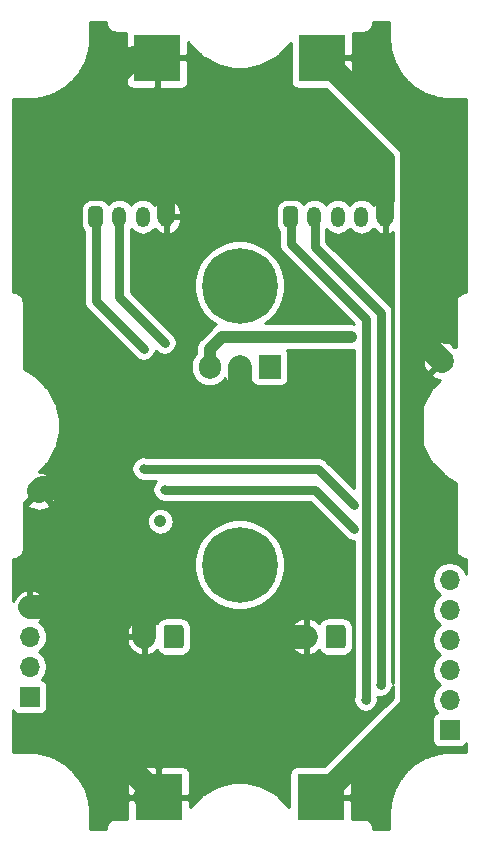
<source format=gbl>
G04 #@! TF.GenerationSoftware,KiCad,Pcbnew,(5.1.10-1-10_14)*
G04 #@! TF.CreationDate,2021-12-02T22:50:33+01:00*
G04 #@! TF.ProjectId,Power-Zauberling,506f7765-722d-45a6-9175-6265726c696e,rev?*
G04 #@! TF.SameCoordinates,Original*
G04 #@! TF.FileFunction,Copper,L2,Bot*
G04 #@! TF.FilePolarity,Positive*
%FSLAX46Y46*%
G04 Gerber Fmt 4.6, Leading zero omitted, Abs format (unit mm)*
G04 Created by KiCad (PCBNEW (5.1.10-1-10_14)) date 2021-12-02 22:50:33*
%MOMM*%
%LPD*%
G01*
G04 APERTURE LIST*
G04 #@! TA.AperFunction,ComponentPad*
%ADD10C,0.800000*%
G04 #@! TD*
G04 #@! TA.AperFunction,ComponentPad*
%ADD11C,6.400000*%
G04 #@! TD*
G04 #@! TA.AperFunction,ComponentPad*
%ADD12C,2.000000*%
G04 #@! TD*
G04 #@! TA.AperFunction,ComponentPad*
%ADD13R,4.000000X4.000000*%
G04 #@! TD*
G04 #@! TA.AperFunction,ComponentPad*
%ADD14O,1.905000X2.000000*%
G04 #@! TD*
G04 #@! TA.AperFunction,ComponentPad*
%ADD15R,1.905000X2.000000*%
G04 #@! TD*
G04 #@! TA.AperFunction,ComponentPad*
%ADD16O,1.700000X1.700000*%
G04 #@! TD*
G04 #@! TA.AperFunction,ComponentPad*
%ADD17R,1.700000X1.700000*%
G04 #@! TD*
G04 #@! TA.AperFunction,ComponentPad*
%ADD18O,1.200000X1.750000*%
G04 #@! TD*
G04 #@! TA.AperFunction,ComponentPad*
%ADD19O,1.700000X2.000000*%
G04 #@! TD*
G04 #@! TA.AperFunction,ViaPad*
%ADD20C,0.800000*%
G04 #@! TD*
G04 #@! TA.AperFunction,Conductor*
%ADD21C,1.000000*%
G04 #@! TD*
G04 #@! TA.AperFunction,Conductor*
%ADD22C,0.750000*%
G04 #@! TD*
G04 #@! TA.AperFunction,Conductor*
%ADD23C,2.000000*%
G04 #@! TD*
G04 #@! TA.AperFunction,Conductor*
%ADD24C,1.500000*%
G04 #@! TD*
G04 #@! TA.AperFunction,Conductor*
%ADD25C,0.254000*%
G04 #@! TD*
G04 #@! TA.AperFunction,Conductor*
%ADD26C,0.100000*%
G04 #@! TD*
G04 APERTURE END LIST*
D10*
X154097056Y-86186944D03*
X152400000Y-85484000D03*
X150702944Y-86186944D03*
X150000000Y-87884000D03*
X150702944Y-89581056D03*
X152400000Y-90284000D03*
X154097056Y-89581056D03*
X154800000Y-87884000D03*
D11*
X152400000Y-87884000D03*
D10*
X154097056Y-62564944D03*
X152400000Y-61862000D03*
X150702944Y-62564944D03*
X150000000Y-64262000D03*
X150702944Y-65959056D03*
X152400000Y-66662000D03*
X154097056Y-65959056D03*
X154800000Y-64262000D03*
D11*
X152400000Y-64262000D03*
D12*
X169545000Y-70612000D03*
X135382000Y-81661000D03*
D13*
X145542000Y-107569000D03*
X159258000Y-107569000D03*
X145415000Y-44958000D03*
X159385000Y-44958000D03*
D14*
X149860000Y-71120000D03*
X152400000Y-71120000D03*
D15*
X154940000Y-71120000D03*
D16*
X134620000Y-91440000D03*
X134620000Y-93980000D03*
X134620000Y-96520000D03*
D17*
X134620000Y-99060000D03*
D18*
X146208000Y-58420000D03*
X144208000Y-58420000D03*
X142208000Y-58420000D03*
G04 #@! TA.AperFunction,ComponentPad*
G36*
G01*
X139608000Y-59045001D02*
X139608000Y-57794999D01*
G75*
G02*
X139857999Y-57545000I249999J0D01*
G01*
X140558001Y-57545000D01*
G75*
G02*
X140808000Y-57794999I0J-249999D01*
G01*
X140808000Y-59045001D01*
G75*
G02*
X140558001Y-59295000I-249999J0D01*
G01*
X139857999Y-59295000D01*
G75*
G02*
X139608000Y-59045001I0J249999D01*
G01*
G37*
G04 #@! TD.AperFunction*
X164718000Y-58420000D03*
X162718000Y-58420000D03*
X160718000Y-58420000D03*
X158718000Y-58420000D03*
G04 #@! TA.AperFunction,ComponentPad*
G36*
G01*
X156118000Y-59045001D02*
X156118000Y-57794999D01*
G75*
G02*
X156367999Y-57545000I249999J0D01*
G01*
X157068001Y-57545000D01*
G75*
G02*
X157318000Y-57794999I0J-249999D01*
G01*
X157318000Y-59045001D01*
G75*
G02*
X157068001Y-59295000I-249999J0D01*
G01*
X156367999Y-59295000D01*
G75*
G02*
X156118000Y-59045001I0J249999D01*
G01*
G37*
G04 #@! TD.AperFunction*
D19*
X158028000Y-93980000D03*
G04 #@! TA.AperFunction,ComponentPad*
G36*
G01*
X161378000Y-93230000D02*
X161378000Y-94730000D01*
G75*
G02*
X161128000Y-94980000I-250000J0D01*
G01*
X159928000Y-94980000D01*
G75*
G02*
X159678000Y-94730000I0J250000D01*
G01*
X159678000Y-93230000D01*
G75*
G02*
X159928000Y-92980000I250000J0D01*
G01*
X161128000Y-92980000D01*
G75*
G02*
X161378000Y-93230000I0J-250000D01*
G01*
G37*
G04 #@! TD.AperFunction*
D16*
X170180000Y-89154000D03*
X170180000Y-91694000D03*
X170180000Y-94234000D03*
X170180000Y-96774000D03*
X170180000Y-99314000D03*
D17*
X170180000Y-101854000D03*
D19*
X144312000Y-93980000D03*
G04 #@! TA.AperFunction,ComponentPad*
G36*
G01*
X147662000Y-93230000D02*
X147662000Y-94730000D01*
G75*
G02*
X147412000Y-94980000I-250000J0D01*
G01*
X146212000Y-94980000D01*
G75*
G02*
X145962000Y-94730000I0J250000D01*
G01*
X145962000Y-93230000D01*
G75*
G02*
X146212000Y-92980000I250000J0D01*
G01*
X147412000Y-92980000D01*
G75*
G02*
X147662000Y-93230000I0J-250000D01*
G01*
G37*
G04 #@! TD.AperFunction*
D20*
X145669000Y-84201000D03*
X161798000Y-68580000D03*
X164338000Y-98044000D03*
X146050000Y-69088000D03*
X146050000Y-81534000D03*
X162052000Y-84836000D03*
X144272000Y-69596000D03*
X144272000Y-79756000D03*
X162052000Y-82804000D03*
X162052000Y-82804000D03*
X163068000Y-99314000D03*
X157607000Y-77470000D03*
X140208000Y-77470000D03*
X158623000Y-55753000D03*
D21*
X145669000Y-84201000D02*
X145669000Y-84201000D01*
X149860000Y-71120000D02*
X149860000Y-69596000D01*
X150876000Y-68580000D02*
X161798000Y-68580000D01*
X149860000Y-69596000D02*
X150876000Y-68580000D01*
D22*
X164338000Y-98044000D02*
X164338000Y-66548000D01*
X164338000Y-66548000D02*
X158750000Y-60960000D01*
X158750000Y-58452000D02*
X158718000Y-58420000D01*
X158750000Y-60960000D02*
X158750000Y-58452000D01*
X142208000Y-58420000D02*
X142208000Y-65246000D01*
X142208000Y-65246000D02*
X146050000Y-69088000D01*
X146050000Y-69088000D02*
X146050000Y-69088000D01*
X146050000Y-81534000D02*
X158750000Y-81534000D01*
X158750000Y-81534000D02*
X162052000Y-84836000D01*
X162052000Y-84836000D02*
X162052000Y-84836000D01*
X140208000Y-58420000D02*
X140208000Y-65532000D01*
X140208000Y-65532000D02*
X144272000Y-69596000D01*
X144272000Y-69596000D02*
X144272000Y-69596000D01*
X144272000Y-79756000D02*
X159004000Y-79756000D01*
X159004000Y-79756000D02*
X162052000Y-82804000D01*
X162052000Y-82804000D02*
X162052000Y-82804000D01*
X162052000Y-82804000D02*
X162052000Y-82804000D01*
D23*
X159385000Y-44958000D02*
X167005000Y-52578000D01*
X167005000Y-68072000D02*
X169545000Y-70612000D01*
X167005000Y-52578000D02*
X167005000Y-68072000D01*
X166624000Y-100203000D02*
X159258000Y-107569000D01*
X167005000Y-99822000D02*
X166624000Y-100203000D01*
X167005000Y-68072000D02*
X167005000Y-99822000D01*
D22*
X156718000Y-60706000D02*
X156718000Y-58420000D01*
X163068000Y-67056000D02*
X156718000Y-60706000D01*
X163068000Y-99314000D02*
X163068000Y-67056000D01*
D23*
X145415000Y-44958000D02*
X145288000Y-44958000D01*
X135636000Y-81407000D02*
X135382000Y-81661000D01*
X138811000Y-81407000D02*
X135636000Y-81407000D01*
X145542000Y-107569000D02*
X144399000Y-107569000D01*
X143383000Y-44958000D02*
X145415000Y-44958000D01*
X137033000Y-51308000D02*
X143383000Y-44958000D01*
X138811000Y-68199000D02*
X137033000Y-66421000D01*
X137033000Y-66421000D02*
X137033000Y-59436000D01*
X152400000Y-77422000D02*
X152400000Y-71120000D01*
D24*
X139041000Y-77700000D02*
X138811000Y-77470000D01*
D23*
X138811000Y-77470000D02*
X138811000Y-68199000D01*
X138811000Y-81407000D02*
X138811000Y-77470000D01*
X138811000Y-77470000D02*
X145288000Y-77470000D01*
X157607000Y-77470000D02*
X157607000Y-77470000D01*
X145288000Y-77470000D02*
X157607000Y-77470000D01*
D24*
X146208000Y-58420000D02*
X146208000Y-55784000D01*
X146177000Y-55753000D02*
X137033000Y-55753000D01*
X146208000Y-55784000D02*
X146177000Y-55753000D01*
D23*
X137033000Y-55753000D02*
X137033000Y-51308000D01*
X137033000Y-59436000D02*
X137033000Y-55753000D01*
D24*
X146177000Y-55753000D02*
X164719000Y-55753000D01*
X164719000Y-58419000D02*
X164718000Y-58420000D01*
X164719000Y-55753000D02*
X164719000Y-58419000D01*
D23*
X144312000Y-93980000D02*
X144312000Y-91480000D01*
X144312000Y-91480000D02*
X144272000Y-91440000D01*
X144312000Y-91480000D02*
X148757000Y-91480000D01*
X148757000Y-91480000D02*
X151257000Y-93980000D01*
X151257000Y-93980000D02*
X158028000Y-93980000D01*
X134660000Y-91480000D02*
X134620000Y-91440000D01*
X138811000Y-91059000D02*
X139232000Y-91480000D01*
X138811000Y-81407000D02*
X138811000Y-91059000D01*
X139232000Y-91480000D02*
X134660000Y-91480000D01*
X144312000Y-91480000D02*
X139232000Y-91480000D01*
X138811000Y-91901000D02*
X139232000Y-91480000D01*
X138811000Y-100838000D02*
X138811000Y-91901000D01*
X145542000Y-107569000D02*
X138811000Y-100838000D01*
D25*
X165085299Y-43310801D02*
X165085298Y-43310811D01*
X165085298Y-43502357D01*
X165083033Y-43516270D01*
X165085298Y-43581015D01*
X165085298Y-43606353D01*
X165086673Y-43620310D01*
X165087162Y-43634297D01*
X165090519Y-43659362D01*
X165096874Y-43723885D01*
X165100968Y-43737382D01*
X165172943Y-44274778D01*
X165173145Y-44303106D01*
X165183378Y-44352697D01*
X165184859Y-44363752D01*
X165191322Y-44391192D01*
X165197013Y-44418770D01*
X165200324Y-44429410D01*
X165211935Y-44478707D01*
X165223686Y-44504488D01*
X165448669Y-45227515D01*
X165456592Y-45266005D01*
X165472022Y-45302565D01*
X165472080Y-45302752D01*
X165487385Y-45338968D01*
X165502513Y-45374812D01*
X165502605Y-45374982D01*
X165518054Y-45411537D01*
X165540120Y-45444056D01*
X165899334Y-46105451D01*
X165913875Y-46140321D01*
X165936849Y-46174525D01*
X165937667Y-46176032D01*
X165958799Y-46207206D01*
X165979724Y-46238360D01*
X165980811Y-46239678D01*
X166003934Y-46273789D01*
X166030827Y-46300326D01*
X166504721Y-46874956D01*
X166525405Y-46906103D01*
X166554734Y-46935599D01*
X166556073Y-46937223D01*
X166582504Y-46963527D01*
X166608677Y-46989850D01*
X166610293Y-46991184D01*
X166639782Y-47020532D01*
X166670925Y-47041234D01*
X167245736Y-47515719D01*
X167272409Y-47542747D01*
X167306342Y-47565747D01*
X167307516Y-47566716D01*
X167339075Y-47587933D01*
X167370169Y-47609009D01*
X167371491Y-47609727D01*
X167405526Y-47632609D01*
X167440580Y-47647246D01*
X168102235Y-48006560D01*
X168134758Y-48028626D01*
X168171302Y-48044067D01*
X168171471Y-48044159D01*
X168209144Y-48060057D01*
X168243546Y-48074593D01*
X168243714Y-48074645D01*
X168280280Y-48090076D01*
X168318789Y-48098001D01*
X169041483Y-48322832D01*
X169067009Y-48334485D01*
X169116541Y-48346183D01*
X169127446Y-48349575D01*
X169154798Y-48355217D01*
X169181948Y-48361629D01*
X169193254Y-48363150D01*
X169243112Y-48373435D01*
X169271177Y-48373634D01*
X169808640Y-48445944D01*
X169822365Y-48450107D01*
X169886640Y-48456438D01*
X169911476Y-48459779D01*
X169925705Y-48460285D01*
X169939897Y-48461683D01*
X169964994Y-48461683D01*
X170029502Y-48463978D01*
X170043652Y-48461683D01*
X171605367Y-48461683D01*
X171605368Y-64811436D01*
X171544945Y-64811436D01*
X171505643Y-64807565D01*
X171466340Y-64811436D01*
X171348808Y-64823012D01*
X171198000Y-64868759D01*
X171059015Y-64943048D01*
X170937193Y-65043025D01*
X170837216Y-65164847D01*
X170762927Y-65303832D01*
X170717180Y-65454640D01*
X170701733Y-65611475D01*
X170705604Y-65650778D01*
X170705605Y-69450047D01*
X170616475Y-69360917D01*
X170500807Y-69476585D01*
X170405044Y-69212186D01*
X170115429Y-69071296D01*
X169803892Y-68989616D01*
X169482405Y-68970282D01*
X169163325Y-69014039D01*
X168858912Y-69119205D01*
X168684956Y-69212186D01*
X168589192Y-69476587D01*
X169545000Y-70432395D01*
X169559143Y-70418253D01*
X169738748Y-70597858D01*
X169724605Y-70612000D01*
X169738748Y-70626143D01*
X169559143Y-70805748D01*
X169545000Y-70791605D01*
X168589192Y-71747413D01*
X168684956Y-72011814D01*
X168974571Y-72152704D01*
X169286108Y-72234384D01*
X169358080Y-72238712D01*
X168769542Y-72823547D01*
X168764671Y-72826883D01*
X168713628Y-72879109D01*
X168689948Y-72902640D01*
X168686226Y-72907146D01*
X168654519Y-72939588D01*
X168636153Y-72967768D01*
X168614737Y-72993696D01*
X168593235Y-73033620D01*
X168590035Y-73038530D01*
X168574587Y-73068245D01*
X168540010Y-73132446D01*
X168538282Y-73138080D01*
X167933040Y-74302286D01*
X167900166Y-74361446D01*
X167884681Y-74409646D01*
X167865846Y-74456633D01*
X167853406Y-74523149D01*
X167631670Y-75550016D01*
X167618305Y-75594073D01*
X167611218Y-75666031D01*
X167602966Y-75737788D01*
X167606729Y-75783658D01*
X167606729Y-76431434D01*
X167602965Y-76477306D01*
X167611218Y-76549082D01*
X167618305Y-76621035D01*
X167631668Y-76665088D01*
X167853420Y-77692102D01*
X167865883Y-77758680D01*
X167884698Y-77805594D01*
X167900161Y-77853730D01*
X167933077Y-77912969D01*
X168538260Y-79076605D01*
X168539945Y-79082101D01*
X168574588Y-79146456D01*
X168590100Y-79176282D01*
X168593220Y-79181067D01*
X168614644Y-79220866D01*
X168636148Y-79246912D01*
X168654600Y-79275214D01*
X168686204Y-79307540D01*
X168689835Y-79311938D01*
X168713646Y-79335609D01*
X168764770Y-79387901D01*
X168769515Y-79391150D01*
X169688221Y-80304453D01*
X169732153Y-80351407D01*
X169776014Y-80382872D01*
X169817862Y-80417010D01*
X169874689Y-80447170D01*
X170705604Y-80927469D01*
X170705605Y-86564400D01*
X170701733Y-86603713D01*
X170717180Y-86760548D01*
X170762927Y-86911356D01*
X170837216Y-87050341D01*
X170937193Y-87172163D01*
X171059015Y-87272140D01*
X171198000Y-87346429D01*
X171348808Y-87392176D01*
X171466340Y-87403752D01*
X171466341Y-87403752D01*
X171505643Y-87407623D01*
X171544946Y-87403752D01*
X171605367Y-87403752D01*
X171605367Y-88714650D01*
X171495990Y-88450589D01*
X171333475Y-88207368D01*
X171126632Y-88000525D01*
X170883411Y-87838010D01*
X170613158Y-87726068D01*
X170326260Y-87669000D01*
X170033740Y-87669000D01*
X169746842Y-87726068D01*
X169476589Y-87838010D01*
X169233368Y-88000525D01*
X169026525Y-88207368D01*
X168864010Y-88450589D01*
X168752068Y-88720842D01*
X168695000Y-89007740D01*
X168695000Y-89300260D01*
X168752068Y-89587158D01*
X168864010Y-89857411D01*
X169026525Y-90100632D01*
X169233368Y-90307475D01*
X169407760Y-90424000D01*
X169233368Y-90540525D01*
X169026525Y-90747368D01*
X168864010Y-90990589D01*
X168752068Y-91260842D01*
X168695000Y-91547740D01*
X168695000Y-91840260D01*
X168752068Y-92127158D01*
X168864010Y-92397411D01*
X169026525Y-92640632D01*
X169233368Y-92847475D01*
X169407760Y-92964000D01*
X169233368Y-93080525D01*
X169026525Y-93287368D01*
X168864010Y-93530589D01*
X168752068Y-93800842D01*
X168695000Y-94087740D01*
X168695000Y-94380260D01*
X168752068Y-94667158D01*
X168864010Y-94937411D01*
X169026525Y-95180632D01*
X169233368Y-95387475D01*
X169407760Y-95504000D01*
X169233368Y-95620525D01*
X169026525Y-95827368D01*
X168864010Y-96070589D01*
X168752068Y-96340842D01*
X168695000Y-96627740D01*
X168695000Y-96920260D01*
X168752068Y-97207158D01*
X168864010Y-97477411D01*
X169026525Y-97720632D01*
X169233368Y-97927475D01*
X169407760Y-98044000D01*
X169233368Y-98160525D01*
X169026525Y-98367368D01*
X168864010Y-98610589D01*
X168752068Y-98880842D01*
X168695000Y-99167740D01*
X168695000Y-99460260D01*
X168752068Y-99747158D01*
X168864010Y-100017411D01*
X169026525Y-100260632D01*
X169158380Y-100392487D01*
X169085820Y-100414498D01*
X168975506Y-100473463D01*
X168878815Y-100552815D01*
X168799463Y-100649506D01*
X168740498Y-100759820D01*
X168704188Y-100879518D01*
X168691928Y-101004000D01*
X168691928Y-102704000D01*
X168704188Y-102828482D01*
X168740498Y-102948180D01*
X168799463Y-103058494D01*
X168878815Y-103155185D01*
X168975506Y-103234537D01*
X169085820Y-103293502D01*
X169205518Y-103329812D01*
X169330000Y-103342072D01*
X171030000Y-103342072D01*
X171154482Y-103329812D01*
X171274180Y-103293502D01*
X171384494Y-103234537D01*
X171481185Y-103155185D01*
X171560537Y-103058494D01*
X171605368Y-102974623D01*
X171605368Y-103753830D01*
X170043849Y-103753830D01*
X170029896Y-103751560D01*
X169965195Y-103753830D01*
X169939897Y-103753830D01*
X169925899Y-103755209D01*
X169911867Y-103755701D01*
X169886838Y-103759056D01*
X169822365Y-103765406D01*
X169808828Y-103769512D01*
X169271338Y-103841558D01*
X169243039Y-103841761D01*
X169193412Y-103852003D01*
X169182334Y-103853488D01*
X169154939Y-103859943D01*
X169127375Y-103865632D01*
X169116703Y-103868953D01*
X169067382Y-103880575D01*
X169041631Y-103892315D01*
X168318784Y-104117265D01*
X168280345Y-104125173D01*
X168243714Y-104140627D01*
X168243477Y-104140701D01*
X168208994Y-104155275D01*
X168171532Y-104171080D01*
X168171295Y-104171208D01*
X168134694Y-104186678D01*
X168102238Y-104208703D01*
X167440620Y-104567925D01*
X167405552Y-104582566D01*
X167371537Y-104605433D01*
X167370227Y-104606144D01*
X167339003Y-104627304D01*
X167307540Y-104648455D01*
X167306385Y-104649409D01*
X167272461Y-104672398D01*
X167245772Y-104699438D01*
X166670913Y-105173926D01*
X166639743Y-105194648D01*
X166610290Y-105223964D01*
X166608699Y-105225277D01*
X166582459Y-105251665D01*
X166556039Y-105277962D01*
X166554724Y-105279556D01*
X166525425Y-105309021D01*
X166504720Y-105340198D01*
X166030803Y-105914928D01*
X166003922Y-105941454D01*
X165980793Y-105975577D01*
X165979694Y-105976909D01*
X165958743Y-106008106D01*
X165937658Y-106039213D01*
X165936834Y-106040731D01*
X165913852Y-106074952D01*
X165899318Y-106109810D01*
X165540117Y-106771217D01*
X165518060Y-106803721D01*
X165502607Y-106840285D01*
X165502505Y-106840473D01*
X165486794Y-106877702D01*
X165472085Y-106912505D01*
X165472026Y-106912696D01*
X165456586Y-106949281D01*
X165448665Y-106987766D01*
X165223688Y-107710728D01*
X165211936Y-107736511D01*
X165200328Y-107785796D01*
X165197016Y-107796438D01*
X165191320Y-107824038D01*
X165184860Y-107851466D01*
X165183381Y-107862512D01*
X165173147Y-107912101D01*
X165172944Y-107940434D01*
X165100968Y-108477823D01*
X165096874Y-108491320D01*
X165090520Y-108555831D01*
X165087162Y-108580904D01*
X165086672Y-108594897D01*
X165085298Y-108608852D01*
X165085298Y-108634186D01*
X165083033Y-108698931D01*
X165085298Y-108712844D01*
X165085298Y-108826163D01*
X165085299Y-110283137D01*
X163709026Y-110283137D01*
X163709026Y-110223228D01*
X163712897Y-110183925D01*
X163697450Y-110027090D01*
X163651703Y-109876282D01*
X163577414Y-109737297D01*
X163477437Y-109615475D01*
X163355615Y-109515498D01*
X163216630Y-109441209D01*
X163065822Y-109395462D01*
X162948290Y-109383886D01*
X162908987Y-109380015D01*
X162869685Y-109383886D01*
X161895740Y-109383886D01*
X161893000Y-107854750D01*
X161734250Y-107696000D01*
X159385000Y-107696000D01*
X159385000Y-107716000D01*
X159131000Y-107716000D01*
X159131000Y-107696000D01*
X159111000Y-107696000D01*
X159111000Y-107442000D01*
X159131000Y-107442000D01*
X159131000Y-107422000D01*
X159385000Y-107422000D01*
X159385000Y-107442000D01*
X161734250Y-107442000D01*
X161893000Y-107283250D01*
X161896072Y-105569000D01*
X161887467Y-105481634D01*
X167095724Y-100164872D01*
X167111318Y-100145465D01*
X167122827Y-100123389D01*
X167129809Y-100099491D01*
X167131998Y-100076677D01*
X167288809Y-70674595D01*
X167903282Y-70674595D01*
X167947039Y-70993675D01*
X168052205Y-71298088D01*
X168145186Y-71472044D01*
X168409587Y-71567808D01*
X169365395Y-70612000D01*
X168409587Y-69656192D01*
X168145186Y-69751956D01*
X168004296Y-70041571D01*
X167922616Y-70353108D01*
X167903282Y-70674595D01*
X167288809Y-70674595D01*
X167385998Y-52451677D01*
X167383690Y-52426888D01*
X167376590Y-52403026D01*
X167364971Y-52381007D01*
X167345142Y-52357680D01*
X162525294Y-47908589D01*
X161936698Y-47272905D01*
X161974502Y-47202180D01*
X162010812Y-47082482D01*
X162023072Y-46958000D01*
X162020000Y-45243750D01*
X161861250Y-45085000D01*
X159910859Y-45085000D01*
X159675674Y-44831000D01*
X161861250Y-44831000D01*
X162020000Y-44672250D01*
X162023072Y-42958000D01*
X162010812Y-42833518D01*
X162010288Y-42831789D01*
X162869684Y-42831789D01*
X162908987Y-42835660D01*
X162948289Y-42831789D01*
X162948290Y-42831789D01*
X163065822Y-42820213D01*
X163216630Y-42774466D01*
X163355615Y-42700177D01*
X163477437Y-42600200D01*
X163577414Y-42478378D01*
X163651703Y-42339393D01*
X163697450Y-42188585D01*
X163712897Y-42031750D01*
X163709026Y-41992447D01*
X163709026Y-41932027D01*
X165085298Y-41932027D01*
X165085299Y-43310801D01*
G04 #@! TA.AperFunction,Conductor*
D26*
G36*
X165085299Y-43310801D02*
G01*
X165085298Y-43310811D01*
X165085298Y-43502357D01*
X165083033Y-43516270D01*
X165085298Y-43581015D01*
X165085298Y-43606353D01*
X165086673Y-43620310D01*
X165087162Y-43634297D01*
X165090519Y-43659362D01*
X165096874Y-43723885D01*
X165100968Y-43737382D01*
X165172943Y-44274778D01*
X165173145Y-44303106D01*
X165183378Y-44352697D01*
X165184859Y-44363752D01*
X165191322Y-44391192D01*
X165197013Y-44418770D01*
X165200324Y-44429410D01*
X165211935Y-44478707D01*
X165223686Y-44504488D01*
X165448669Y-45227515D01*
X165456592Y-45266005D01*
X165472022Y-45302565D01*
X165472080Y-45302752D01*
X165487385Y-45338968D01*
X165502513Y-45374812D01*
X165502605Y-45374982D01*
X165518054Y-45411537D01*
X165540120Y-45444056D01*
X165899334Y-46105451D01*
X165913875Y-46140321D01*
X165936849Y-46174525D01*
X165937667Y-46176032D01*
X165958799Y-46207206D01*
X165979724Y-46238360D01*
X165980811Y-46239678D01*
X166003934Y-46273789D01*
X166030827Y-46300326D01*
X166504721Y-46874956D01*
X166525405Y-46906103D01*
X166554734Y-46935599D01*
X166556073Y-46937223D01*
X166582504Y-46963527D01*
X166608677Y-46989850D01*
X166610293Y-46991184D01*
X166639782Y-47020532D01*
X166670925Y-47041234D01*
X167245736Y-47515719D01*
X167272409Y-47542747D01*
X167306342Y-47565747D01*
X167307516Y-47566716D01*
X167339075Y-47587933D01*
X167370169Y-47609009D01*
X167371491Y-47609727D01*
X167405526Y-47632609D01*
X167440580Y-47647246D01*
X168102235Y-48006560D01*
X168134758Y-48028626D01*
X168171302Y-48044067D01*
X168171471Y-48044159D01*
X168209144Y-48060057D01*
X168243546Y-48074593D01*
X168243714Y-48074645D01*
X168280280Y-48090076D01*
X168318789Y-48098001D01*
X169041483Y-48322832D01*
X169067009Y-48334485D01*
X169116541Y-48346183D01*
X169127446Y-48349575D01*
X169154798Y-48355217D01*
X169181948Y-48361629D01*
X169193254Y-48363150D01*
X169243112Y-48373435D01*
X169271177Y-48373634D01*
X169808640Y-48445944D01*
X169822365Y-48450107D01*
X169886640Y-48456438D01*
X169911476Y-48459779D01*
X169925705Y-48460285D01*
X169939897Y-48461683D01*
X169964994Y-48461683D01*
X170029502Y-48463978D01*
X170043652Y-48461683D01*
X171605367Y-48461683D01*
X171605368Y-64811436D01*
X171544945Y-64811436D01*
X171505643Y-64807565D01*
X171466340Y-64811436D01*
X171348808Y-64823012D01*
X171198000Y-64868759D01*
X171059015Y-64943048D01*
X170937193Y-65043025D01*
X170837216Y-65164847D01*
X170762927Y-65303832D01*
X170717180Y-65454640D01*
X170701733Y-65611475D01*
X170705604Y-65650778D01*
X170705605Y-69450047D01*
X170616475Y-69360917D01*
X170500807Y-69476585D01*
X170405044Y-69212186D01*
X170115429Y-69071296D01*
X169803892Y-68989616D01*
X169482405Y-68970282D01*
X169163325Y-69014039D01*
X168858912Y-69119205D01*
X168684956Y-69212186D01*
X168589192Y-69476587D01*
X169545000Y-70432395D01*
X169559143Y-70418253D01*
X169738748Y-70597858D01*
X169724605Y-70612000D01*
X169738748Y-70626143D01*
X169559143Y-70805748D01*
X169545000Y-70791605D01*
X168589192Y-71747413D01*
X168684956Y-72011814D01*
X168974571Y-72152704D01*
X169286108Y-72234384D01*
X169358080Y-72238712D01*
X168769542Y-72823547D01*
X168764671Y-72826883D01*
X168713628Y-72879109D01*
X168689948Y-72902640D01*
X168686226Y-72907146D01*
X168654519Y-72939588D01*
X168636153Y-72967768D01*
X168614737Y-72993696D01*
X168593235Y-73033620D01*
X168590035Y-73038530D01*
X168574587Y-73068245D01*
X168540010Y-73132446D01*
X168538282Y-73138080D01*
X167933040Y-74302286D01*
X167900166Y-74361446D01*
X167884681Y-74409646D01*
X167865846Y-74456633D01*
X167853406Y-74523149D01*
X167631670Y-75550016D01*
X167618305Y-75594073D01*
X167611218Y-75666031D01*
X167602966Y-75737788D01*
X167606729Y-75783658D01*
X167606729Y-76431434D01*
X167602965Y-76477306D01*
X167611218Y-76549082D01*
X167618305Y-76621035D01*
X167631668Y-76665088D01*
X167853420Y-77692102D01*
X167865883Y-77758680D01*
X167884698Y-77805594D01*
X167900161Y-77853730D01*
X167933077Y-77912969D01*
X168538260Y-79076605D01*
X168539945Y-79082101D01*
X168574588Y-79146456D01*
X168590100Y-79176282D01*
X168593220Y-79181067D01*
X168614644Y-79220866D01*
X168636148Y-79246912D01*
X168654600Y-79275214D01*
X168686204Y-79307540D01*
X168689835Y-79311938D01*
X168713646Y-79335609D01*
X168764770Y-79387901D01*
X168769515Y-79391150D01*
X169688221Y-80304453D01*
X169732153Y-80351407D01*
X169776014Y-80382872D01*
X169817862Y-80417010D01*
X169874689Y-80447170D01*
X170705604Y-80927469D01*
X170705605Y-86564400D01*
X170701733Y-86603713D01*
X170717180Y-86760548D01*
X170762927Y-86911356D01*
X170837216Y-87050341D01*
X170937193Y-87172163D01*
X171059015Y-87272140D01*
X171198000Y-87346429D01*
X171348808Y-87392176D01*
X171466340Y-87403752D01*
X171466341Y-87403752D01*
X171505643Y-87407623D01*
X171544946Y-87403752D01*
X171605367Y-87403752D01*
X171605367Y-88714650D01*
X171495990Y-88450589D01*
X171333475Y-88207368D01*
X171126632Y-88000525D01*
X170883411Y-87838010D01*
X170613158Y-87726068D01*
X170326260Y-87669000D01*
X170033740Y-87669000D01*
X169746842Y-87726068D01*
X169476589Y-87838010D01*
X169233368Y-88000525D01*
X169026525Y-88207368D01*
X168864010Y-88450589D01*
X168752068Y-88720842D01*
X168695000Y-89007740D01*
X168695000Y-89300260D01*
X168752068Y-89587158D01*
X168864010Y-89857411D01*
X169026525Y-90100632D01*
X169233368Y-90307475D01*
X169407760Y-90424000D01*
X169233368Y-90540525D01*
X169026525Y-90747368D01*
X168864010Y-90990589D01*
X168752068Y-91260842D01*
X168695000Y-91547740D01*
X168695000Y-91840260D01*
X168752068Y-92127158D01*
X168864010Y-92397411D01*
X169026525Y-92640632D01*
X169233368Y-92847475D01*
X169407760Y-92964000D01*
X169233368Y-93080525D01*
X169026525Y-93287368D01*
X168864010Y-93530589D01*
X168752068Y-93800842D01*
X168695000Y-94087740D01*
X168695000Y-94380260D01*
X168752068Y-94667158D01*
X168864010Y-94937411D01*
X169026525Y-95180632D01*
X169233368Y-95387475D01*
X169407760Y-95504000D01*
X169233368Y-95620525D01*
X169026525Y-95827368D01*
X168864010Y-96070589D01*
X168752068Y-96340842D01*
X168695000Y-96627740D01*
X168695000Y-96920260D01*
X168752068Y-97207158D01*
X168864010Y-97477411D01*
X169026525Y-97720632D01*
X169233368Y-97927475D01*
X169407760Y-98044000D01*
X169233368Y-98160525D01*
X169026525Y-98367368D01*
X168864010Y-98610589D01*
X168752068Y-98880842D01*
X168695000Y-99167740D01*
X168695000Y-99460260D01*
X168752068Y-99747158D01*
X168864010Y-100017411D01*
X169026525Y-100260632D01*
X169158380Y-100392487D01*
X169085820Y-100414498D01*
X168975506Y-100473463D01*
X168878815Y-100552815D01*
X168799463Y-100649506D01*
X168740498Y-100759820D01*
X168704188Y-100879518D01*
X168691928Y-101004000D01*
X168691928Y-102704000D01*
X168704188Y-102828482D01*
X168740498Y-102948180D01*
X168799463Y-103058494D01*
X168878815Y-103155185D01*
X168975506Y-103234537D01*
X169085820Y-103293502D01*
X169205518Y-103329812D01*
X169330000Y-103342072D01*
X171030000Y-103342072D01*
X171154482Y-103329812D01*
X171274180Y-103293502D01*
X171384494Y-103234537D01*
X171481185Y-103155185D01*
X171560537Y-103058494D01*
X171605368Y-102974623D01*
X171605368Y-103753830D01*
X170043849Y-103753830D01*
X170029896Y-103751560D01*
X169965195Y-103753830D01*
X169939897Y-103753830D01*
X169925899Y-103755209D01*
X169911867Y-103755701D01*
X169886838Y-103759056D01*
X169822365Y-103765406D01*
X169808828Y-103769512D01*
X169271338Y-103841558D01*
X169243039Y-103841761D01*
X169193412Y-103852003D01*
X169182334Y-103853488D01*
X169154939Y-103859943D01*
X169127375Y-103865632D01*
X169116703Y-103868953D01*
X169067382Y-103880575D01*
X169041631Y-103892315D01*
X168318784Y-104117265D01*
X168280345Y-104125173D01*
X168243714Y-104140627D01*
X168243477Y-104140701D01*
X168208994Y-104155275D01*
X168171532Y-104171080D01*
X168171295Y-104171208D01*
X168134694Y-104186678D01*
X168102238Y-104208703D01*
X167440620Y-104567925D01*
X167405552Y-104582566D01*
X167371537Y-104605433D01*
X167370227Y-104606144D01*
X167339003Y-104627304D01*
X167307540Y-104648455D01*
X167306385Y-104649409D01*
X167272461Y-104672398D01*
X167245772Y-104699438D01*
X166670913Y-105173926D01*
X166639743Y-105194648D01*
X166610290Y-105223964D01*
X166608699Y-105225277D01*
X166582459Y-105251665D01*
X166556039Y-105277962D01*
X166554724Y-105279556D01*
X166525425Y-105309021D01*
X166504720Y-105340198D01*
X166030803Y-105914928D01*
X166003922Y-105941454D01*
X165980793Y-105975577D01*
X165979694Y-105976909D01*
X165958743Y-106008106D01*
X165937658Y-106039213D01*
X165936834Y-106040731D01*
X165913852Y-106074952D01*
X165899318Y-106109810D01*
X165540117Y-106771217D01*
X165518060Y-106803721D01*
X165502607Y-106840285D01*
X165502505Y-106840473D01*
X165486794Y-106877702D01*
X165472085Y-106912505D01*
X165472026Y-106912696D01*
X165456586Y-106949281D01*
X165448665Y-106987766D01*
X165223688Y-107710728D01*
X165211936Y-107736511D01*
X165200328Y-107785796D01*
X165197016Y-107796438D01*
X165191320Y-107824038D01*
X165184860Y-107851466D01*
X165183381Y-107862512D01*
X165173147Y-107912101D01*
X165172944Y-107940434D01*
X165100968Y-108477823D01*
X165096874Y-108491320D01*
X165090520Y-108555831D01*
X165087162Y-108580904D01*
X165086672Y-108594897D01*
X165085298Y-108608852D01*
X165085298Y-108634186D01*
X165083033Y-108698931D01*
X165085298Y-108712844D01*
X165085298Y-108826163D01*
X165085299Y-110283137D01*
X163709026Y-110283137D01*
X163709026Y-110223228D01*
X163712897Y-110183925D01*
X163697450Y-110027090D01*
X163651703Y-109876282D01*
X163577414Y-109737297D01*
X163477437Y-109615475D01*
X163355615Y-109515498D01*
X163216630Y-109441209D01*
X163065822Y-109395462D01*
X162948290Y-109383886D01*
X162908987Y-109380015D01*
X162869685Y-109383886D01*
X161895740Y-109383886D01*
X161893000Y-107854750D01*
X161734250Y-107696000D01*
X159385000Y-107696000D01*
X159385000Y-107716000D01*
X159131000Y-107716000D01*
X159131000Y-107696000D01*
X159111000Y-107696000D01*
X159111000Y-107442000D01*
X159131000Y-107442000D01*
X159131000Y-107422000D01*
X159385000Y-107422000D01*
X159385000Y-107442000D01*
X161734250Y-107442000D01*
X161893000Y-107283250D01*
X161896072Y-105569000D01*
X161887467Y-105481634D01*
X167095724Y-100164872D01*
X167111318Y-100145465D01*
X167122827Y-100123389D01*
X167129809Y-100099491D01*
X167131998Y-100076677D01*
X167288809Y-70674595D01*
X167903282Y-70674595D01*
X167947039Y-70993675D01*
X168052205Y-71298088D01*
X168145186Y-71472044D01*
X168409587Y-71567808D01*
X169365395Y-70612000D01*
X168409587Y-69656192D01*
X168145186Y-69751956D01*
X168004296Y-70041571D01*
X167922616Y-70353108D01*
X167903282Y-70674595D01*
X167288809Y-70674595D01*
X167385998Y-52451677D01*
X167383690Y-52426888D01*
X167376590Y-52403026D01*
X167364971Y-52381007D01*
X167345142Y-52357680D01*
X162525294Y-47908589D01*
X161936698Y-47272905D01*
X161974502Y-47202180D01*
X162010812Y-47082482D01*
X162023072Y-46958000D01*
X162020000Y-45243750D01*
X161861250Y-45085000D01*
X159910859Y-45085000D01*
X159675674Y-44831000D01*
X161861250Y-44831000D01*
X162020000Y-44672250D01*
X162023072Y-42958000D01*
X162010812Y-42833518D01*
X162010288Y-42831789D01*
X162869684Y-42831789D01*
X162908987Y-42835660D01*
X162948289Y-42831789D01*
X162948290Y-42831789D01*
X163065822Y-42820213D01*
X163216630Y-42774466D01*
X163355615Y-42700177D01*
X163477437Y-42600200D01*
X163577414Y-42478378D01*
X163651703Y-42339393D01*
X163697450Y-42188585D01*
X163712897Y-42031750D01*
X163709026Y-41992447D01*
X163709026Y-41932027D01*
X165085298Y-41932027D01*
X165085299Y-43310801D01*
G37*
G04 #@! TD.AperFunction*
D25*
X141116711Y-41992447D02*
X141112840Y-42031750D01*
X141128287Y-42188585D01*
X141174034Y-42339393D01*
X141248323Y-42478378D01*
X141348300Y-42600200D01*
X141470122Y-42700177D01*
X141609107Y-42774466D01*
X141759915Y-42820213D01*
X141877447Y-42831789D01*
X141877448Y-42831789D01*
X141916750Y-42835660D01*
X141956053Y-42831789D01*
X142789712Y-42831789D01*
X142789188Y-42833518D01*
X142776928Y-42958000D01*
X142780000Y-44672250D01*
X142938750Y-44831000D01*
X145288000Y-44831000D01*
X145288000Y-44811000D01*
X145542000Y-44811000D01*
X145542000Y-44831000D01*
X147891250Y-44831000D01*
X148050000Y-44672250D01*
X148051835Y-43648203D01*
X148061825Y-43665421D01*
X148091966Y-43722046D01*
X148126256Y-43763977D01*
X148157905Y-43807943D01*
X148204822Y-43851696D01*
X149121502Y-44771572D01*
X149124699Y-44776231D01*
X149177054Y-44827317D01*
X149200871Y-44851217D01*
X149205210Y-44854791D01*
X149237493Y-44886291D01*
X149265885Y-44904762D01*
X149292034Y-44926298D01*
X149331785Y-44947634D01*
X149336488Y-44950694D01*
X149366374Y-44966200D01*
X149430890Y-45000829D01*
X149436300Y-45002480D01*
X150603324Y-45607978D01*
X150662126Y-45640666D01*
X150710698Y-45656279D01*
X150758068Y-45675223D01*
X150824218Y-45687540D01*
X151854009Y-45910093D01*
X151898127Y-45923476D01*
X151969994Y-45930554D01*
X152041704Y-45938813D01*
X152087647Y-45935052D01*
X152737638Y-45935052D01*
X152783619Y-45938812D01*
X152855263Y-45930554D01*
X152927122Y-45923476D01*
X152971286Y-45910079D01*
X154000563Y-45687537D01*
X154066673Y-45675230D01*
X154114091Y-45656268D01*
X154162705Y-45640636D01*
X154221478Y-45607956D01*
X155388534Y-45002483D01*
X155393952Y-45000829D01*
X155458433Y-44966219D01*
X155488336Y-44950705D01*
X155493053Y-44947637D01*
X155532808Y-44926298D01*
X155558943Y-44904773D01*
X155587333Y-44886305D01*
X155619632Y-44854790D01*
X155623971Y-44851217D01*
X155647735Y-44827370D01*
X155700130Y-44776248D01*
X155703336Y-44771576D01*
X156620039Y-43851678D01*
X156666938Y-43807943D01*
X156698581Y-43763986D01*
X156732877Y-43722047D01*
X156746928Y-43695649D01*
X156746928Y-46958000D01*
X156759188Y-47082482D01*
X156795498Y-47202180D01*
X156854463Y-47312494D01*
X156933815Y-47409185D01*
X157030506Y-47488537D01*
X157140820Y-47547502D01*
X157260518Y-47583812D01*
X157385000Y-47596072D01*
X159710834Y-47596072D01*
X165370000Y-53255239D01*
X165370000Y-57094889D01*
X165298533Y-57047579D01*
X165073282Y-56955409D01*
X165035609Y-56951538D01*
X164845000Y-57076269D01*
X164845000Y-58293000D01*
X164865000Y-58293000D01*
X164865000Y-58547000D01*
X164845000Y-58547000D01*
X164845000Y-59763731D01*
X165035609Y-59888462D01*
X165073282Y-59884591D01*
X165298533Y-59792421D01*
X165370000Y-59745111D01*
X165370001Y-67991671D01*
X165362089Y-68072000D01*
X165370000Y-68152319D01*
X165370001Y-97926984D01*
X165348000Y-97816377D01*
X165348000Y-66597604D01*
X165352886Y-66547999D01*
X165339443Y-66411514D01*
X165333385Y-66350006D01*
X165275632Y-66159620D01*
X165181847Y-65984160D01*
X165055633Y-65830367D01*
X165017094Y-65798739D01*
X159760000Y-60541645D01*
X159760000Y-59474414D01*
X159840499Y-59572502D01*
X160028552Y-59726833D01*
X160243100Y-59841511D01*
X160475899Y-59912130D01*
X160718000Y-59935975D01*
X160960102Y-59912130D01*
X161192901Y-59841511D01*
X161407449Y-59726833D01*
X161595502Y-59572502D01*
X161718001Y-59423237D01*
X161840499Y-59572502D01*
X162028552Y-59726833D01*
X162243100Y-59841511D01*
X162475899Y-59912130D01*
X162718000Y-59935975D01*
X162960102Y-59912130D01*
X163192901Y-59841511D01*
X163407449Y-59726833D01*
X163595502Y-59572502D01*
X163718481Y-59422652D01*
X163761693Y-59486725D01*
X163934526Y-59658078D01*
X164137467Y-59792421D01*
X164362718Y-59884591D01*
X164400391Y-59888462D01*
X164591000Y-59763731D01*
X164591000Y-58547000D01*
X164571000Y-58547000D01*
X164571000Y-58293000D01*
X164591000Y-58293000D01*
X164591000Y-57076269D01*
X164400391Y-56951538D01*
X164362718Y-56955409D01*
X164137467Y-57047579D01*
X163934526Y-57181922D01*
X163761693Y-57353275D01*
X163718481Y-57417348D01*
X163595502Y-57267498D01*
X163407448Y-57113167D01*
X163192900Y-56998489D01*
X162960101Y-56927870D01*
X162718000Y-56904025D01*
X162475898Y-56927870D01*
X162243099Y-56998489D01*
X162028551Y-57113167D01*
X161840498Y-57267498D01*
X161718000Y-57416763D01*
X161595502Y-57267498D01*
X161407448Y-57113167D01*
X161192900Y-56998489D01*
X160960101Y-56927870D01*
X160718000Y-56904025D01*
X160475898Y-56927870D01*
X160243099Y-56998489D01*
X160028551Y-57113167D01*
X159840498Y-57267498D01*
X159718000Y-57416763D01*
X159595502Y-57267498D01*
X159407448Y-57113167D01*
X159192900Y-56998489D01*
X158960101Y-56927870D01*
X158718000Y-56904025D01*
X158475898Y-56927870D01*
X158243099Y-56998489D01*
X158028551Y-57113167D01*
X157840498Y-57267498D01*
X157808809Y-57306111D01*
X157806405Y-57301613D01*
X157695962Y-57167038D01*
X157561387Y-57056595D01*
X157407851Y-56974528D01*
X157241255Y-56923992D01*
X157068001Y-56906928D01*
X156367999Y-56906928D01*
X156194745Y-56923992D01*
X156028149Y-56974528D01*
X155874613Y-57056595D01*
X155740038Y-57167038D01*
X155629595Y-57301613D01*
X155547528Y-57455149D01*
X155496992Y-57621745D01*
X155479928Y-57794999D01*
X155479928Y-59045001D01*
X155496992Y-59218255D01*
X155547528Y-59384851D01*
X155629595Y-59538387D01*
X155708000Y-59633924D01*
X155708000Y-60656392D01*
X155703114Y-60706000D01*
X155722615Y-60903994D01*
X155754653Y-61009607D01*
X155780368Y-61094379D01*
X155874153Y-61269840D01*
X156000367Y-61423633D01*
X156038906Y-61455261D01*
X162055766Y-67472121D01*
X162020499Y-67461423D01*
X161853752Y-67445000D01*
X154539122Y-67445000D01*
X154844670Y-67240839D01*
X155378839Y-66706670D01*
X155798533Y-66078554D01*
X156087623Y-65380628D01*
X156235000Y-64639715D01*
X156235000Y-63884285D01*
X156087623Y-63143372D01*
X155798533Y-62445446D01*
X155378839Y-61817330D01*
X154844670Y-61283161D01*
X154216554Y-60863467D01*
X153518628Y-60574377D01*
X152777715Y-60427000D01*
X152022285Y-60427000D01*
X151281372Y-60574377D01*
X150583446Y-60863467D01*
X149955330Y-61283161D01*
X149421161Y-61817330D01*
X149001467Y-62445446D01*
X148712377Y-63143372D01*
X148565000Y-63884285D01*
X148565000Y-64639715D01*
X148712377Y-65380628D01*
X149001467Y-66078554D01*
X149421161Y-66706670D01*
X149955330Y-67240839D01*
X150407905Y-67543240D01*
X150242377Y-67631716D01*
X150069551Y-67773551D01*
X150034008Y-67816860D01*
X149096860Y-68754009D01*
X149053552Y-68789551D01*
X148911717Y-68962377D01*
X148870317Y-69039832D01*
X148806324Y-69159554D01*
X148767969Y-69285994D01*
X148741423Y-69373501D01*
X148729239Y-69497205D01*
X148719509Y-69596000D01*
X148725000Y-69651751D01*
X148725000Y-69953112D01*
X148533655Y-70186265D01*
X148386245Y-70462051D01*
X148295470Y-70761296D01*
X148272500Y-70994514D01*
X148272500Y-71245485D01*
X148295470Y-71478703D01*
X148386245Y-71777948D01*
X148533655Y-72053734D01*
X148732037Y-72295463D01*
X148973765Y-72493845D01*
X149249551Y-72641255D01*
X149548796Y-72732030D01*
X149860000Y-72762681D01*
X150171203Y-72732030D01*
X150470448Y-72641255D01*
X150746234Y-72493845D01*
X150987963Y-72295463D01*
X151135163Y-72116101D01*
X151290563Y-72301315D01*
X151533077Y-72495969D01*
X151808906Y-72639571D01*
X152027020Y-72710563D01*
X152273000Y-72590594D01*
X152273000Y-71247000D01*
X152253000Y-71247000D01*
X152253000Y-70993000D01*
X152273000Y-70993000D01*
X152273000Y-70973000D01*
X152527000Y-70973000D01*
X152527000Y-70993000D01*
X152547000Y-70993000D01*
X152547000Y-71247000D01*
X152527000Y-71247000D01*
X152527000Y-72590594D01*
X152772980Y-72710563D01*
X152991094Y-72639571D01*
X153266923Y-72495969D01*
X153407941Y-72382781D01*
X153456963Y-72474494D01*
X153536315Y-72571185D01*
X153633006Y-72650537D01*
X153743320Y-72709502D01*
X153863018Y-72745812D01*
X153987500Y-72758072D01*
X155892500Y-72758072D01*
X156016982Y-72745812D01*
X156136680Y-72709502D01*
X156246994Y-72650537D01*
X156343685Y-72571185D01*
X156423037Y-72474494D01*
X156482002Y-72364180D01*
X156518312Y-72244482D01*
X156530572Y-72120000D01*
X156530572Y-70120000D01*
X156518312Y-69995518D01*
X156482002Y-69875820D01*
X156423037Y-69765506D01*
X156381588Y-69715000D01*
X161853752Y-69715000D01*
X162020499Y-69698577D01*
X162058001Y-69687201D01*
X162058001Y-81381645D01*
X159753261Y-79076906D01*
X159721633Y-79038367D01*
X159567840Y-78912153D01*
X159392380Y-78818368D01*
X159201994Y-78760615D01*
X159053608Y-78746000D01*
X159004000Y-78741114D01*
X158954392Y-78746000D01*
X144499623Y-78746000D01*
X144373939Y-78721000D01*
X144170061Y-78721000D01*
X143970102Y-78760774D01*
X143781744Y-78838795D01*
X143612226Y-78952063D01*
X143468063Y-79096226D01*
X143354795Y-79265744D01*
X143276774Y-79454102D01*
X143237000Y-79654061D01*
X143237000Y-79857939D01*
X143276774Y-80057898D01*
X143354795Y-80246256D01*
X143468063Y-80415774D01*
X143612226Y-80559937D01*
X143781744Y-80673205D01*
X143970102Y-80751226D01*
X144170061Y-80791000D01*
X144373939Y-80791000D01*
X144499623Y-80766000D01*
X145354289Y-80766000D01*
X145246063Y-80874226D01*
X145132795Y-81043744D01*
X145054774Y-81232102D01*
X145015000Y-81432061D01*
X145015000Y-81635939D01*
X145054774Y-81835898D01*
X145132795Y-82024256D01*
X145246063Y-82193774D01*
X145390226Y-82337937D01*
X145559744Y-82451205D01*
X145748102Y-82529226D01*
X145948061Y-82569000D01*
X146151939Y-82569000D01*
X146277623Y-82544000D01*
X158331645Y-82544000D01*
X161176868Y-85389223D01*
X161248063Y-85495774D01*
X161392226Y-85639937D01*
X161561744Y-85753205D01*
X161750102Y-85831226D01*
X161950061Y-85871000D01*
X162058000Y-85871000D01*
X162058000Y-99086376D01*
X162033000Y-99212061D01*
X162033000Y-99415939D01*
X162072774Y-99615898D01*
X162150795Y-99804256D01*
X162264063Y-99973774D01*
X162408226Y-100117937D01*
X162577744Y-100231205D01*
X162766102Y-100309226D01*
X162966061Y-100349000D01*
X163169939Y-100349000D01*
X163369898Y-100309226D01*
X163558256Y-100231205D01*
X163727774Y-100117937D01*
X163871937Y-99973774D01*
X163985205Y-99804256D01*
X164063226Y-99615898D01*
X164103000Y-99415939D01*
X164103000Y-99212061D01*
X164078000Y-99086377D01*
X164078000Y-99047560D01*
X164236061Y-99079000D01*
X164439939Y-99079000D01*
X164639898Y-99039226D01*
X164828256Y-98961205D01*
X164997774Y-98847937D01*
X165141937Y-98703774D01*
X165255205Y-98534256D01*
X165333226Y-98345898D01*
X165370001Y-98161016D01*
X165370001Y-99144760D01*
X159583834Y-104930928D01*
X157258000Y-104930928D01*
X157133518Y-104943188D01*
X157013820Y-104979498D01*
X156903506Y-105038463D01*
X156806815Y-105117815D01*
X156727463Y-105214506D01*
X156668498Y-105324820D01*
X156632188Y-105444518D01*
X156619928Y-105569000D01*
X156619928Y-108379493D01*
X156609277Y-108369635D01*
X155693840Y-107456274D01*
X155690902Y-107452008D01*
X155638054Y-107400616D01*
X155613897Y-107376513D01*
X155609925Y-107373261D01*
X155577922Y-107342139D01*
X155549095Y-107323454D01*
X155522519Y-107301694D01*
X155483134Y-107280700D01*
X155478819Y-107277903D01*
X155448433Y-107262202D01*
X155383449Y-107227563D01*
X155378498Y-107226067D01*
X154215574Y-106625186D01*
X154156888Y-106592653D01*
X154108101Y-106577034D01*
X154060515Y-106558097D01*
X153994554Y-106545931D01*
X152969569Y-106325685D01*
X152925903Y-106312439D01*
X152853557Y-106305313D01*
X152781374Y-106297087D01*
X152735910Y-106300863D01*
X152089338Y-106300863D01*
X152043874Y-106297087D01*
X151971685Y-106305314D01*
X151899346Y-106312439D01*
X151855682Y-106325684D01*
X150830770Y-106545915D01*
X150764857Y-106558061D01*
X150717199Y-106577018D01*
X150668361Y-106592653D01*
X150609761Y-106625138D01*
X149446243Y-107226092D01*
X149441126Y-107227639D01*
X149376232Y-107262252D01*
X149346054Y-107277839D01*
X149341607Y-107280720D01*
X149302075Y-107301806D01*
X149275626Y-107323473D01*
X149246940Y-107342060D01*
X149214825Y-107373281D01*
X149210716Y-107376647D01*
X149186610Y-107400710D01*
X149133943Y-107451911D01*
X149130916Y-107456306D01*
X148215987Y-108369616D01*
X148177986Y-108404770D01*
X148177000Y-107854750D01*
X148018250Y-107696000D01*
X145669000Y-107696000D01*
X145669000Y-107716000D01*
X145415000Y-107716000D01*
X145415000Y-107696000D01*
X143065750Y-107696000D01*
X142907000Y-107854750D01*
X142904260Y-109383886D01*
X141956052Y-109383886D01*
X141916750Y-109380015D01*
X141877447Y-109383886D01*
X141759915Y-109395462D01*
X141609107Y-109441209D01*
X141470122Y-109515498D01*
X141348300Y-109615475D01*
X141248323Y-109737297D01*
X141174034Y-109876282D01*
X141128287Y-110027090D01*
X141112840Y-110183925D01*
X141116711Y-110223228D01*
X141116711Y-110283137D01*
X139740439Y-110283137D01*
X139740439Y-108712549D01*
X139742741Y-108698343D01*
X139740439Y-108633884D01*
X139740439Y-108608852D01*
X139739037Y-108594613D01*
X139738526Y-108580317D01*
X139735186Y-108555520D01*
X139728863Y-108491320D01*
X139724684Y-108477543D01*
X139652309Y-107940179D01*
X139652111Y-107912172D01*
X139641813Y-107862251D01*
X139640283Y-107850888D01*
X139633882Y-107823800D01*
X139628252Y-107796507D01*
X139624842Y-107785547D01*
X139613123Y-107735953D01*
X139601490Y-107710481D01*
X139376672Y-106987800D01*
X139368744Y-106949281D01*
X139353319Y-106912730D01*
X139353270Y-106912573D01*
X139338684Y-106878051D01*
X139322825Y-106840473D01*
X139322739Y-106840315D01*
X139307304Y-106803784D01*
X139285231Y-106771251D01*
X138925935Y-106109664D01*
X138911324Y-106074662D01*
X138888420Y-106040587D01*
X138887674Y-106039213D01*
X138866514Y-106007996D01*
X138845441Y-105976645D01*
X138844444Y-105975437D01*
X138821409Y-105941454D01*
X138794414Y-105914815D01*
X138509020Y-105569000D01*
X142903928Y-105569000D01*
X142907000Y-107283250D01*
X143065750Y-107442000D01*
X145415000Y-107442000D01*
X145415000Y-105092750D01*
X145669000Y-105092750D01*
X145669000Y-107442000D01*
X148018250Y-107442000D01*
X148177000Y-107283250D01*
X148180072Y-105569000D01*
X148167812Y-105444518D01*
X148131502Y-105324820D01*
X148072537Y-105214506D01*
X147993185Y-105117815D01*
X147896494Y-105038463D01*
X147786180Y-104979498D01*
X147666482Y-104943188D01*
X147542000Y-104930928D01*
X145827750Y-104934000D01*
X145669000Y-105092750D01*
X145415000Y-105092750D01*
X145256250Y-104934000D01*
X143542000Y-104930928D01*
X143417518Y-104943188D01*
X143297820Y-104979498D01*
X143187506Y-105038463D01*
X143090815Y-105117815D01*
X143011463Y-105214506D01*
X142952498Y-105324820D01*
X142916188Y-105444518D01*
X142903928Y-105569000D01*
X138509020Y-105569000D01*
X138320071Y-105340049D01*
X138299436Y-105308982D01*
X138270030Y-105279414D01*
X138268632Y-105277720D01*
X138242384Y-105251616D01*
X138216156Y-105225243D01*
X138214454Y-105223839D01*
X138184893Y-105194439D01*
X138153833Y-105173808D01*
X137579035Y-104699432D01*
X137552365Y-104672410D01*
X137518407Y-104649397D01*
X137517230Y-104648425D01*
X137485868Y-104627345D01*
X137454600Y-104606154D01*
X137453259Y-104605426D01*
X137419214Y-104582542D01*
X137384177Y-104567916D01*
X136722635Y-104208717D01*
X136690150Y-104186673D01*
X136653544Y-104171202D01*
X136653335Y-104171089D01*
X136617522Y-104155979D01*
X136581365Y-104140698D01*
X136581136Y-104140627D01*
X136544523Y-104125179D01*
X136506076Y-104117269D01*
X135783187Y-103892314D01*
X135757453Y-103880581D01*
X135708129Y-103868957D01*
X135697434Y-103865629D01*
X135669866Y-103859940D01*
X135642501Y-103853491D01*
X135631412Y-103852004D01*
X135581770Y-103841760D01*
X135553484Y-103841557D01*
X135016095Y-103769515D01*
X135002551Y-103765406D01*
X134938089Y-103759057D01*
X134913063Y-103755702D01*
X134899021Y-103755209D01*
X134885019Y-103753830D01*
X134859733Y-103753830D01*
X134795036Y-103751559D01*
X134781075Y-103753830D01*
X133210734Y-103753830D01*
X133210734Y-100210747D01*
X133239463Y-100264494D01*
X133318815Y-100361185D01*
X133415506Y-100440537D01*
X133525820Y-100499502D01*
X133645518Y-100535812D01*
X133770000Y-100548072D01*
X135470000Y-100548072D01*
X135594482Y-100535812D01*
X135714180Y-100499502D01*
X135824494Y-100440537D01*
X135921185Y-100361185D01*
X136000537Y-100264494D01*
X136059502Y-100154180D01*
X136095812Y-100034482D01*
X136108072Y-99910000D01*
X136108072Y-98210000D01*
X136095812Y-98085518D01*
X136059502Y-97965820D01*
X136000537Y-97855506D01*
X135921185Y-97758815D01*
X135824494Y-97679463D01*
X135714180Y-97620498D01*
X135641620Y-97598487D01*
X135773475Y-97466632D01*
X135935990Y-97223411D01*
X136047932Y-96953158D01*
X136105000Y-96666260D01*
X136105000Y-96373740D01*
X136047932Y-96086842D01*
X135935990Y-95816589D01*
X135773475Y-95573368D01*
X135566632Y-95366525D01*
X135392240Y-95250000D01*
X135566632Y-95133475D01*
X135773475Y-94926632D01*
X135935990Y-94683411D01*
X136047932Y-94413158D01*
X136062535Y-94339742D01*
X142840715Y-94339742D01*
X142909904Y-94622745D01*
X143032975Y-94886812D01*
X143205198Y-95121795D01*
X143419954Y-95318664D01*
X143668991Y-95469854D01*
X143942739Y-95569554D01*
X143955110Y-95571476D01*
X144185000Y-95450155D01*
X144185000Y-94107000D01*
X142984768Y-94107000D01*
X142840715Y-94339742D01*
X136062535Y-94339742D01*
X136105000Y-94126260D01*
X136105000Y-93833740D01*
X136062536Y-93620258D01*
X142840715Y-93620258D01*
X142984768Y-93853000D01*
X144185000Y-93853000D01*
X144185000Y-92509845D01*
X144439000Y-92509845D01*
X144439000Y-93853000D01*
X144459000Y-93853000D01*
X144459000Y-94107000D01*
X144439000Y-94107000D01*
X144439000Y-95450155D01*
X144668890Y-95571476D01*
X144681261Y-95569554D01*
X144955009Y-95469854D01*
X145204046Y-95318664D01*
X145418802Y-95121795D01*
X145419086Y-95121407D01*
X145473595Y-95223386D01*
X145584038Y-95357962D01*
X145718614Y-95468405D01*
X145872150Y-95550472D01*
X146038746Y-95601008D01*
X146212000Y-95618072D01*
X147412000Y-95618072D01*
X147585254Y-95601008D01*
X147751850Y-95550472D01*
X147905386Y-95468405D01*
X148039962Y-95357962D01*
X148150405Y-95223386D01*
X148232472Y-95069850D01*
X148283008Y-94903254D01*
X148300072Y-94730000D01*
X148300072Y-94339742D01*
X156556715Y-94339742D01*
X156625904Y-94622745D01*
X156748975Y-94886812D01*
X156921198Y-95121795D01*
X157135954Y-95318664D01*
X157384991Y-95469854D01*
X157658739Y-95569554D01*
X157671110Y-95571476D01*
X157901000Y-95450155D01*
X157901000Y-94107000D01*
X156700768Y-94107000D01*
X156556715Y-94339742D01*
X148300072Y-94339742D01*
X148300072Y-93620258D01*
X156556715Y-93620258D01*
X156700768Y-93853000D01*
X157901000Y-93853000D01*
X157901000Y-92509845D01*
X158155000Y-92509845D01*
X158155000Y-93853000D01*
X158175000Y-93853000D01*
X158175000Y-94107000D01*
X158155000Y-94107000D01*
X158155000Y-95450155D01*
X158384890Y-95571476D01*
X158397261Y-95569554D01*
X158671009Y-95469854D01*
X158920046Y-95318664D01*
X159134802Y-95121795D01*
X159135086Y-95121407D01*
X159189595Y-95223386D01*
X159300038Y-95357962D01*
X159434614Y-95468405D01*
X159588150Y-95550472D01*
X159754746Y-95601008D01*
X159928000Y-95618072D01*
X161128000Y-95618072D01*
X161301254Y-95601008D01*
X161467850Y-95550472D01*
X161621386Y-95468405D01*
X161755962Y-95357962D01*
X161866405Y-95223386D01*
X161948472Y-95069850D01*
X161999008Y-94903254D01*
X162016072Y-94730000D01*
X162016072Y-93230000D01*
X161999008Y-93056746D01*
X161948472Y-92890150D01*
X161866405Y-92736614D01*
X161755962Y-92602038D01*
X161621386Y-92491595D01*
X161467850Y-92409528D01*
X161301254Y-92358992D01*
X161128000Y-92341928D01*
X159928000Y-92341928D01*
X159754746Y-92358992D01*
X159588150Y-92409528D01*
X159434614Y-92491595D01*
X159300038Y-92602038D01*
X159189595Y-92736614D01*
X159135086Y-92838593D01*
X159134802Y-92838205D01*
X158920046Y-92641336D01*
X158671009Y-92490146D01*
X158397261Y-92390446D01*
X158384890Y-92388524D01*
X158155000Y-92509845D01*
X157901000Y-92509845D01*
X157671110Y-92388524D01*
X157658739Y-92390446D01*
X157384991Y-92490146D01*
X157135954Y-92641336D01*
X156921198Y-92838205D01*
X156748975Y-93073188D01*
X156625904Y-93337255D01*
X156556715Y-93620258D01*
X148300072Y-93620258D01*
X148300072Y-93230000D01*
X148283008Y-93056746D01*
X148232472Y-92890150D01*
X148150405Y-92736614D01*
X148039962Y-92602038D01*
X147905386Y-92491595D01*
X147751850Y-92409528D01*
X147585254Y-92358992D01*
X147412000Y-92341928D01*
X146212000Y-92341928D01*
X146038746Y-92358992D01*
X145872150Y-92409528D01*
X145718614Y-92491595D01*
X145584038Y-92602038D01*
X145473595Y-92736614D01*
X145419086Y-92838593D01*
X145418802Y-92838205D01*
X145204046Y-92641336D01*
X144955009Y-92490146D01*
X144681261Y-92390446D01*
X144668890Y-92388524D01*
X144439000Y-92509845D01*
X144185000Y-92509845D01*
X143955110Y-92388524D01*
X143942739Y-92390446D01*
X143668991Y-92490146D01*
X143419954Y-92641336D01*
X143205198Y-92838205D01*
X143032975Y-93073188D01*
X142909904Y-93337255D01*
X142840715Y-93620258D01*
X136062536Y-93620258D01*
X136047932Y-93546842D01*
X135935990Y-93276589D01*
X135773475Y-93033368D01*
X135566632Y-92826525D01*
X135384466Y-92704805D01*
X135501355Y-92635178D01*
X135717588Y-92440269D01*
X135891641Y-92206920D01*
X136016825Y-91944099D01*
X136061476Y-91796890D01*
X135940155Y-91567000D01*
X134747000Y-91567000D01*
X134747000Y-91587000D01*
X134493000Y-91587000D01*
X134493000Y-91567000D01*
X134473000Y-91567000D01*
X134473000Y-91313000D01*
X134493000Y-91313000D01*
X134493000Y-90119186D01*
X134747000Y-90119186D01*
X134747000Y-91313000D01*
X135940155Y-91313000D01*
X136061476Y-91083110D01*
X136016825Y-90935901D01*
X135891641Y-90673080D01*
X135717588Y-90439731D01*
X135501355Y-90244822D01*
X135251252Y-90095843D01*
X134976891Y-89998519D01*
X134747000Y-90119186D01*
X134493000Y-90119186D01*
X134263109Y-89998519D01*
X133988748Y-90095843D01*
X133738645Y-90244822D01*
X133522412Y-90439731D01*
X133348359Y-90673080D01*
X133223175Y-90935901D01*
X133210734Y-90976917D01*
X133210734Y-87506285D01*
X148565000Y-87506285D01*
X148565000Y-88261715D01*
X148712377Y-89002628D01*
X149001467Y-89700554D01*
X149421161Y-90328670D01*
X149955330Y-90862839D01*
X150583446Y-91282533D01*
X151281372Y-91571623D01*
X152022285Y-91719000D01*
X152777715Y-91719000D01*
X153518628Y-91571623D01*
X154216554Y-91282533D01*
X154844670Y-90862839D01*
X155378839Y-90328670D01*
X155798533Y-89700554D01*
X156087623Y-89002628D01*
X156235000Y-88261715D01*
X156235000Y-87506285D01*
X156087623Y-86765372D01*
X155798533Y-86067446D01*
X155378839Y-85439330D01*
X154844670Y-84905161D01*
X154216554Y-84485467D01*
X153518628Y-84196377D01*
X152777715Y-84049000D01*
X152022285Y-84049000D01*
X151281372Y-84196377D01*
X150583446Y-84485467D01*
X149955330Y-84905161D01*
X149421161Y-85439330D01*
X149001467Y-86067446D01*
X148712377Y-86765372D01*
X148565000Y-87506285D01*
X133210734Y-87506285D01*
X133210734Y-87403752D01*
X133271089Y-87403752D01*
X133310392Y-87407623D01*
X133349694Y-87403752D01*
X133349695Y-87403752D01*
X133467227Y-87392176D01*
X133618035Y-87346429D01*
X133757020Y-87272140D01*
X133878842Y-87172163D01*
X133978819Y-87050341D01*
X134053108Y-86911356D01*
X134098855Y-86760548D01*
X134114302Y-86603713D01*
X134110431Y-86564410D01*
X134110431Y-84201000D01*
X144528509Y-84201000D01*
X144550423Y-84423499D01*
X144615324Y-84637447D01*
X144720716Y-84834623D01*
X144862551Y-85007449D01*
X145035377Y-85149284D01*
X145232553Y-85254676D01*
X145446501Y-85319577D01*
X145613248Y-85336000D01*
X145724752Y-85336000D01*
X145891499Y-85319577D01*
X146105447Y-85254676D01*
X146302623Y-85149284D01*
X146475449Y-85007449D01*
X146617284Y-84834623D01*
X146722676Y-84637447D01*
X146787577Y-84423499D01*
X146809491Y-84201000D01*
X146787577Y-83978501D01*
X146722676Y-83764553D01*
X146617284Y-83567377D01*
X146475449Y-83394551D01*
X146302623Y-83252716D01*
X146105447Y-83147324D01*
X145891499Y-83082423D01*
X145724752Y-83066000D01*
X145613248Y-83066000D01*
X145446501Y-83082423D01*
X145232553Y-83147324D01*
X145035377Y-83252716D01*
X144862551Y-83394551D01*
X144720716Y-83567377D01*
X144615324Y-83764553D01*
X144550423Y-83978501D01*
X144528509Y-84201000D01*
X134110431Y-84201000D01*
X134110431Y-82796413D01*
X134426192Y-82796413D01*
X134521956Y-83060814D01*
X134811571Y-83201704D01*
X135123108Y-83283384D01*
X135444595Y-83302718D01*
X135763675Y-83258961D01*
X136068088Y-83153795D01*
X136242044Y-83060814D01*
X136337808Y-82796413D01*
X135382000Y-81840605D01*
X134426192Y-82796413D01*
X134110431Y-82796413D01*
X134110431Y-82567493D01*
X134246587Y-82616808D01*
X135202395Y-81661000D01*
X135561605Y-81661000D01*
X136517413Y-82616808D01*
X136781814Y-82521044D01*
X136922704Y-82231429D01*
X137004384Y-81919892D01*
X137023718Y-81598405D01*
X136979961Y-81279325D01*
X136874795Y-80974912D01*
X136781814Y-80800956D01*
X136517413Y-80705192D01*
X135561605Y-81661000D01*
X135202395Y-81661000D01*
X135188253Y-81646858D01*
X135367858Y-81467253D01*
X135382000Y-81481395D01*
X136337808Y-80525587D01*
X136242044Y-80261186D01*
X135952429Y-80120296D01*
X135640892Y-80038616D01*
X135411487Y-80024820D01*
X136043158Y-79393427D01*
X136047676Y-79390320D01*
X136098828Y-79337782D01*
X136122805Y-79313815D01*
X136126266Y-79309600D01*
X136157612Y-79277404D01*
X136176141Y-79248854D01*
X136197747Y-79222539D01*
X136218945Y-79182901D01*
X136221906Y-79178339D01*
X136237445Y-79148310D01*
X136272067Y-79083570D01*
X136273662Y-79078318D01*
X136876397Y-77913488D01*
X136908925Y-77854909D01*
X136924591Y-77806097D01*
X136943581Y-77758458D01*
X136955780Y-77692535D01*
X137177356Y-76664978D01*
X137190686Y-76621035D01*
X137197783Y-76548983D01*
X137206029Y-76477088D01*
X137202262Y-76431333D01*
X137202262Y-75783420D01*
X137206028Y-75737631D01*
X137197782Y-75665791D01*
X137190686Y-75593748D01*
X137177345Y-75549769D01*
X136955777Y-74522631D01*
X136943587Y-74456750D01*
X136924583Y-74409073D01*
X136908900Y-74360221D01*
X136876384Y-74301676D01*
X136273665Y-73136800D01*
X136272067Y-73131537D01*
X136237449Y-73066806D01*
X136221917Y-73036787D01*
X136218951Y-73032216D01*
X136197747Y-72992568D01*
X136176149Y-72966262D01*
X136157625Y-72937719D01*
X136126272Y-72905515D01*
X136122805Y-72901292D01*
X136098830Y-72877328D01*
X136047692Y-72824801D01*
X136043167Y-72821689D01*
X135126931Y-71905856D01*
X135083437Y-71859021D01*
X135039356Y-71827149D01*
X134997301Y-71792651D01*
X134940926Y-71762534D01*
X134110431Y-71278332D01*
X134110431Y-65650777D01*
X134114302Y-65611475D01*
X134098855Y-65454640D01*
X134053108Y-65303832D01*
X133978819Y-65164847D01*
X133878842Y-65043025D01*
X133757020Y-64943048D01*
X133618035Y-64868759D01*
X133467227Y-64823012D01*
X133349695Y-64811436D01*
X133310392Y-64807565D01*
X133271090Y-64811436D01*
X133210734Y-64811436D01*
X133210734Y-57794999D01*
X138969928Y-57794999D01*
X138969928Y-59045001D01*
X138986992Y-59218255D01*
X139037528Y-59384851D01*
X139119595Y-59538387D01*
X139198000Y-59633924D01*
X139198001Y-65482382D01*
X139193114Y-65532000D01*
X139212615Y-65729994D01*
X139270368Y-65920379D01*
X139270369Y-65920380D01*
X139364154Y-66095840D01*
X139490368Y-66249633D01*
X139528901Y-66281256D01*
X143396870Y-70149226D01*
X143468063Y-70255774D01*
X143612226Y-70399937D01*
X143781744Y-70513205D01*
X143970102Y-70591226D01*
X144170061Y-70631000D01*
X144373939Y-70631000D01*
X144573898Y-70591226D01*
X144762256Y-70513205D01*
X144931774Y-70399937D01*
X145075937Y-70255774D01*
X145189205Y-70086256D01*
X145267226Y-69897898D01*
X145288622Y-69790333D01*
X145390226Y-69891937D01*
X145559744Y-70005205D01*
X145748102Y-70083226D01*
X145948061Y-70123000D01*
X146151939Y-70123000D01*
X146351898Y-70083226D01*
X146540256Y-70005205D01*
X146709774Y-69891937D01*
X146853937Y-69747774D01*
X146967205Y-69578256D01*
X147045226Y-69389898D01*
X147085000Y-69189939D01*
X147085000Y-68986061D01*
X147045226Y-68786102D01*
X146967205Y-68597744D01*
X146853937Y-68428226D01*
X146709774Y-68284063D01*
X146603226Y-68212870D01*
X143218000Y-64827645D01*
X143218000Y-59435421D01*
X143330499Y-59572502D01*
X143518552Y-59726833D01*
X143733100Y-59841511D01*
X143965899Y-59912130D01*
X144208000Y-59935975D01*
X144450102Y-59912130D01*
X144682901Y-59841511D01*
X144897449Y-59726833D01*
X145085502Y-59572502D01*
X145208481Y-59422652D01*
X145251693Y-59486725D01*
X145424526Y-59658078D01*
X145627467Y-59792421D01*
X145852718Y-59884591D01*
X145890391Y-59888462D01*
X146081000Y-59763731D01*
X146081000Y-58547000D01*
X146335000Y-58547000D01*
X146335000Y-59763731D01*
X146525609Y-59888462D01*
X146563282Y-59884591D01*
X146788533Y-59792421D01*
X146991474Y-59658078D01*
X147164307Y-59486725D01*
X147300390Y-59284946D01*
X147394493Y-59060496D01*
X147443000Y-58822000D01*
X147443000Y-58547000D01*
X146335000Y-58547000D01*
X146081000Y-58547000D01*
X146061000Y-58547000D01*
X146061000Y-58293000D01*
X146081000Y-58293000D01*
X146081000Y-57076269D01*
X146335000Y-57076269D01*
X146335000Y-58293000D01*
X147443000Y-58293000D01*
X147443000Y-58018000D01*
X147394493Y-57779504D01*
X147300390Y-57555054D01*
X147164307Y-57353275D01*
X146991474Y-57181922D01*
X146788533Y-57047579D01*
X146563282Y-56955409D01*
X146525609Y-56951538D01*
X146335000Y-57076269D01*
X146081000Y-57076269D01*
X145890391Y-56951538D01*
X145852718Y-56955409D01*
X145627467Y-57047579D01*
X145424526Y-57181922D01*
X145251693Y-57353275D01*
X145208481Y-57417348D01*
X145085502Y-57267498D01*
X144897448Y-57113167D01*
X144682900Y-56998489D01*
X144450101Y-56927870D01*
X144208000Y-56904025D01*
X143965898Y-56927870D01*
X143733099Y-56998489D01*
X143518551Y-57113167D01*
X143330498Y-57267498D01*
X143208000Y-57416763D01*
X143085502Y-57267498D01*
X142897448Y-57113167D01*
X142682900Y-56998489D01*
X142450101Y-56927870D01*
X142208000Y-56904025D01*
X141965898Y-56927870D01*
X141733099Y-56998489D01*
X141518551Y-57113167D01*
X141330498Y-57267498D01*
X141298809Y-57306111D01*
X141296405Y-57301613D01*
X141185962Y-57167038D01*
X141051387Y-57056595D01*
X140897851Y-56974528D01*
X140731255Y-56923992D01*
X140558001Y-56906928D01*
X139857999Y-56906928D01*
X139684745Y-56923992D01*
X139518149Y-56974528D01*
X139364613Y-57056595D01*
X139230038Y-57167038D01*
X139119595Y-57301613D01*
X139037528Y-57455149D01*
X138986992Y-57621745D01*
X138969928Y-57794999D01*
X133210734Y-57794999D01*
X133210734Y-48461683D01*
X134781272Y-48461683D01*
X134795430Y-48463979D01*
X134859935Y-48461683D01*
X134885019Y-48461683D01*
X134899214Y-48460285D01*
X134913455Y-48459778D01*
X134938290Y-48456436D01*
X135002551Y-48450107D01*
X135016283Y-48445942D01*
X135553644Y-48373634D01*
X135581697Y-48373436D01*
X135631565Y-48363149D01*
X135642887Y-48361626D01*
X135670039Y-48355213D01*
X135697363Y-48349577D01*
X135708271Y-48346184D01*
X135757825Y-48334480D01*
X135783344Y-48322829D01*
X136506081Y-48097996D01*
X136544588Y-48090070D01*
X136581127Y-48074650D01*
X136581297Y-48074597D01*
X136618346Y-48058943D01*
X136653396Y-48044151D01*
X136653544Y-48044071D01*
X136690085Y-48028631D01*
X136722625Y-48006554D01*
X137384226Y-47647250D01*
X137419241Y-47632632D01*
X137453295Y-47609740D01*
X137454658Y-47609000D01*
X137486036Y-47587731D01*
X137517255Y-47566745D01*
X137518442Y-47565765D01*
X137552417Y-47542736D01*
X137579074Y-47515722D01*
X138153825Y-47041347D01*
X138184854Y-47020740D01*
X138214447Y-46991312D01*
X138216178Y-46989884D01*
X138242366Y-46963550D01*
X138247947Y-46958000D01*
X142776928Y-46958000D01*
X142789188Y-47082482D01*
X142825498Y-47202180D01*
X142884463Y-47312494D01*
X142963815Y-47409185D01*
X143060506Y-47488537D01*
X143170820Y-47547502D01*
X143290518Y-47583812D01*
X143415000Y-47596072D01*
X145129250Y-47593000D01*
X145288000Y-47434250D01*
X145288000Y-45085000D01*
X145542000Y-45085000D01*
X145542000Y-47434250D01*
X145700750Y-47593000D01*
X147415000Y-47596072D01*
X147539482Y-47583812D01*
X147659180Y-47547502D01*
X147769494Y-47488537D01*
X147866185Y-47409185D01*
X147945537Y-47312494D01*
X148004502Y-47202180D01*
X148040812Y-47082482D01*
X148053072Y-46958000D01*
X148050000Y-45243750D01*
X147891250Y-45085000D01*
X145542000Y-45085000D01*
X145288000Y-45085000D01*
X142938750Y-45085000D01*
X142780000Y-45243750D01*
X142776928Y-46958000D01*
X138247947Y-46958000D01*
X138268598Y-46937465D01*
X138270021Y-46935741D01*
X138299455Y-46906143D01*
X138320068Y-46875106D01*
X138794392Y-46300437D01*
X138821398Y-46273789D01*
X138844422Y-46239824D01*
X138845411Y-46238625D01*
X138866599Y-46207107D01*
X138887664Y-46176031D01*
X138888397Y-46174681D01*
X138911300Y-46140612D01*
X138925922Y-46105589D01*
X139285226Y-45444025D01*
X139307311Y-45411473D01*
X139322743Y-45374949D01*
X139322817Y-45374812D01*
X139338101Y-45338599D01*
X139353275Y-45302684D01*
X139353321Y-45302536D01*
X139368739Y-45266005D01*
X139376671Y-45227472D01*
X139601493Y-44504734D01*
X139613124Y-44479265D01*
X139624846Y-44429659D01*
X139628255Y-44418701D01*
X139633878Y-44391437D01*
X139640284Y-44364330D01*
X139641817Y-44352950D01*
X139652112Y-44303035D01*
X139652310Y-44275039D01*
X139724684Y-43737662D01*
X139728863Y-43723885D01*
X139735187Y-43659674D01*
X139738526Y-43634884D01*
X139739036Y-43620595D01*
X139740439Y-43606353D01*
X139740439Y-43581317D01*
X139742741Y-43516858D01*
X139740439Y-43502652D01*
X139740439Y-41932027D01*
X141116711Y-41932027D01*
X141116711Y-41992447D01*
G04 #@! TA.AperFunction,Conductor*
D26*
G36*
X141116711Y-41992447D02*
G01*
X141112840Y-42031750D01*
X141128287Y-42188585D01*
X141174034Y-42339393D01*
X141248323Y-42478378D01*
X141348300Y-42600200D01*
X141470122Y-42700177D01*
X141609107Y-42774466D01*
X141759915Y-42820213D01*
X141877447Y-42831789D01*
X141877448Y-42831789D01*
X141916750Y-42835660D01*
X141956053Y-42831789D01*
X142789712Y-42831789D01*
X142789188Y-42833518D01*
X142776928Y-42958000D01*
X142780000Y-44672250D01*
X142938750Y-44831000D01*
X145288000Y-44831000D01*
X145288000Y-44811000D01*
X145542000Y-44811000D01*
X145542000Y-44831000D01*
X147891250Y-44831000D01*
X148050000Y-44672250D01*
X148051835Y-43648203D01*
X148061825Y-43665421D01*
X148091966Y-43722046D01*
X148126256Y-43763977D01*
X148157905Y-43807943D01*
X148204822Y-43851696D01*
X149121502Y-44771572D01*
X149124699Y-44776231D01*
X149177054Y-44827317D01*
X149200871Y-44851217D01*
X149205210Y-44854791D01*
X149237493Y-44886291D01*
X149265885Y-44904762D01*
X149292034Y-44926298D01*
X149331785Y-44947634D01*
X149336488Y-44950694D01*
X149366374Y-44966200D01*
X149430890Y-45000829D01*
X149436300Y-45002480D01*
X150603324Y-45607978D01*
X150662126Y-45640666D01*
X150710698Y-45656279D01*
X150758068Y-45675223D01*
X150824218Y-45687540D01*
X151854009Y-45910093D01*
X151898127Y-45923476D01*
X151969994Y-45930554D01*
X152041704Y-45938813D01*
X152087647Y-45935052D01*
X152737638Y-45935052D01*
X152783619Y-45938812D01*
X152855263Y-45930554D01*
X152927122Y-45923476D01*
X152971286Y-45910079D01*
X154000563Y-45687537D01*
X154066673Y-45675230D01*
X154114091Y-45656268D01*
X154162705Y-45640636D01*
X154221478Y-45607956D01*
X155388534Y-45002483D01*
X155393952Y-45000829D01*
X155458433Y-44966219D01*
X155488336Y-44950705D01*
X155493053Y-44947637D01*
X155532808Y-44926298D01*
X155558943Y-44904773D01*
X155587333Y-44886305D01*
X155619632Y-44854790D01*
X155623971Y-44851217D01*
X155647735Y-44827370D01*
X155700130Y-44776248D01*
X155703336Y-44771576D01*
X156620039Y-43851678D01*
X156666938Y-43807943D01*
X156698581Y-43763986D01*
X156732877Y-43722047D01*
X156746928Y-43695649D01*
X156746928Y-46958000D01*
X156759188Y-47082482D01*
X156795498Y-47202180D01*
X156854463Y-47312494D01*
X156933815Y-47409185D01*
X157030506Y-47488537D01*
X157140820Y-47547502D01*
X157260518Y-47583812D01*
X157385000Y-47596072D01*
X159710834Y-47596072D01*
X165370000Y-53255239D01*
X165370000Y-57094889D01*
X165298533Y-57047579D01*
X165073282Y-56955409D01*
X165035609Y-56951538D01*
X164845000Y-57076269D01*
X164845000Y-58293000D01*
X164865000Y-58293000D01*
X164865000Y-58547000D01*
X164845000Y-58547000D01*
X164845000Y-59763731D01*
X165035609Y-59888462D01*
X165073282Y-59884591D01*
X165298533Y-59792421D01*
X165370000Y-59745111D01*
X165370001Y-67991671D01*
X165362089Y-68072000D01*
X165370000Y-68152319D01*
X165370001Y-97926984D01*
X165348000Y-97816377D01*
X165348000Y-66597604D01*
X165352886Y-66547999D01*
X165339443Y-66411514D01*
X165333385Y-66350006D01*
X165275632Y-66159620D01*
X165181847Y-65984160D01*
X165055633Y-65830367D01*
X165017094Y-65798739D01*
X159760000Y-60541645D01*
X159760000Y-59474414D01*
X159840499Y-59572502D01*
X160028552Y-59726833D01*
X160243100Y-59841511D01*
X160475899Y-59912130D01*
X160718000Y-59935975D01*
X160960102Y-59912130D01*
X161192901Y-59841511D01*
X161407449Y-59726833D01*
X161595502Y-59572502D01*
X161718001Y-59423237D01*
X161840499Y-59572502D01*
X162028552Y-59726833D01*
X162243100Y-59841511D01*
X162475899Y-59912130D01*
X162718000Y-59935975D01*
X162960102Y-59912130D01*
X163192901Y-59841511D01*
X163407449Y-59726833D01*
X163595502Y-59572502D01*
X163718481Y-59422652D01*
X163761693Y-59486725D01*
X163934526Y-59658078D01*
X164137467Y-59792421D01*
X164362718Y-59884591D01*
X164400391Y-59888462D01*
X164591000Y-59763731D01*
X164591000Y-58547000D01*
X164571000Y-58547000D01*
X164571000Y-58293000D01*
X164591000Y-58293000D01*
X164591000Y-57076269D01*
X164400391Y-56951538D01*
X164362718Y-56955409D01*
X164137467Y-57047579D01*
X163934526Y-57181922D01*
X163761693Y-57353275D01*
X163718481Y-57417348D01*
X163595502Y-57267498D01*
X163407448Y-57113167D01*
X163192900Y-56998489D01*
X162960101Y-56927870D01*
X162718000Y-56904025D01*
X162475898Y-56927870D01*
X162243099Y-56998489D01*
X162028551Y-57113167D01*
X161840498Y-57267498D01*
X161718000Y-57416763D01*
X161595502Y-57267498D01*
X161407448Y-57113167D01*
X161192900Y-56998489D01*
X160960101Y-56927870D01*
X160718000Y-56904025D01*
X160475898Y-56927870D01*
X160243099Y-56998489D01*
X160028551Y-57113167D01*
X159840498Y-57267498D01*
X159718000Y-57416763D01*
X159595502Y-57267498D01*
X159407448Y-57113167D01*
X159192900Y-56998489D01*
X158960101Y-56927870D01*
X158718000Y-56904025D01*
X158475898Y-56927870D01*
X158243099Y-56998489D01*
X158028551Y-57113167D01*
X157840498Y-57267498D01*
X157808809Y-57306111D01*
X157806405Y-57301613D01*
X157695962Y-57167038D01*
X157561387Y-57056595D01*
X157407851Y-56974528D01*
X157241255Y-56923992D01*
X157068001Y-56906928D01*
X156367999Y-56906928D01*
X156194745Y-56923992D01*
X156028149Y-56974528D01*
X155874613Y-57056595D01*
X155740038Y-57167038D01*
X155629595Y-57301613D01*
X155547528Y-57455149D01*
X155496992Y-57621745D01*
X155479928Y-57794999D01*
X155479928Y-59045001D01*
X155496992Y-59218255D01*
X155547528Y-59384851D01*
X155629595Y-59538387D01*
X155708000Y-59633924D01*
X155708000Y-60656392D01*
X155703114Y-60706000D01*
X155722615Y-60903994D01*
X155754653Y-61009607D01*
X155780368Y-61094379D01*
X155874153Y-61269840D01*
X156000367Y-61423633D01*
X156038906Y-61455261D01*
X162055766Y-67472121D01*
X162020499Y-67461423D01*
X161853752Y-67445000D01*
X154539122Y-67445000D01*
X154844670Y-67240839D01*
X155378839Y-66706670D01*
X155798533Y-66078554D01*
X156087623Y-65380628D01*
X156235000Y-64639715D01*
X156235000Y-63884285D01*
X156087623Y-63143372D01*
X155798533Y-62445446D01*
X155378839Y-61817330D01*
X154844670Y-61283161D01*
X154216554Y-60863467D01*
X153518628Y-60574377D01*
X152777715Y-60427000D01*
X152022285Y-60427000D01*
X151281372Y-60574377D01*
X150583446Y-60863467D01*
X149955330Y-61283161D01*
X149421161Y-61817330D01*
X149001467Y-62445446D01*
X148712377Y-63143372D01*
X148565000Y-63884285D01*
X148565000Y-64639715D01*
X148712377Y-65380628D01*
X149001467Y-66078554D01*
X149421161Y-66706670D01*
X149955330Y-67240839D01*
X150407905Y-67543240D01*
X150242377Y-67631716D01*
X150069551Y-67773551D01*
X150034008Y-67816860D01*
X149096860Y-68754009D01*
X149053552Y-68789551D01*
X148911717Y-68962377D01*
X148870317Y-69039832D01*
X148806324Y-69159554D01*
X148767969Y-69285994D01*
X148741423Y-69373501D01*
X148729239Y-69497205D01*
X148719509Y-69596000D01*
X148725000Y-69651751D01*
X148725000Y-69953112D01*
X148533655Y-70186265D01*
X148386245Y-70462051D01*
X148295470Y-70761296D01*
X148272500Y-70994514D01*
X148272500Y-71245485D01*
X148295470Y-71478703D01*
X148386245Y-71777948D01*
X148533655Y-72053734D01*
X148732037Y-72295463D01*
X148973765Y-72493845D01*
X149249551Y-72641255D01*
X149548796Y-72732030D01*
X149860000Y-72762681D01*
X150171203Y-72732030D01*
X150470448Y-72641255D01*
X150746234Y-72493845D01*
X150987963Y-72295463D01*
X151135163Y-72116101D01*
X151290563Y-72301315D01*
X151533077Y-72495969D01*
X151808906Y-72639571D01*
X152027020Y-72710563D01*
X152273000Y-72590594D01*
X152273000Y-71247000D01*
X152253000Y-71247000D01*
X152253000Y-70993000D01*
X152273000Y-70993000D01*
X152273000Y-70973000D01*
X152527000Y-70973000D01*
X152527000Y-70993000D01*
X152547000Y-70993000D01*
X152547000Y-71247000D01*
X152527000Y-71247000D01*
X152527000Y-72590594D01*
X152772980Y-72710563D01*
X152991094Y-72639571D01*
X153266923Y-72495969D01*
X153407941Y-72382781D01*
X153456963Y-72474494D01*
X153536315Y-72571185D01*
X153633006Y-72650537D01*
X153743320Y-72709502D01*
X153863018Y-72745812D01*
X153987500Y-72758072D01*
X155892500Y-72758072D01*
X156016982Y-72745812D01*
X156136680Y-72709502D01*
X156246994Y-72650537D01*
X156343685Y-72571185D01*
X156423037Y-72474494D01*
X156482002Y-72364180D01*
X156518312Y-72244482D01*
X156530572Y-72120000D01*
X156530572Y-70120000D01*
X156518312Y-69995518D01*
X156482002Y-69875820D01*
X156423037Y-69765506D01*
X156381588Y-69715000D01*
X161853752Y-69715000D01*
X162020499Y-69698577D01*
X162058001Y-69687201D01*
X162058001Y-81381645D01*
X159753261Y-79076906D01*
X159721633Y-79038367D01*
X159567840Y-78912153D01*
X159392380Y-78818368D01*
X159201994Y-78760615D01*
X159053608Y-78746000D01*
X159004000Y-78741114D01*
X158954392Y-78746000D01*
X144499623Y-78746000D01*
X144373939Y-78721000D01*
X144170061Y-78721000D01*
X143970102Y-78760774D01*
X143781744Y-78838795D01*
X143612226Y-78952063D01*
X143468063Y-79096226D01*
X143354795Y-79265744D01*
X143276774Y-79454102D01*
X143237000Y-79654061D01*
X143237000Y-79857939D01*
X143276774Y-80057898D01*
X143354795Y-80246256D01*
X143468063Y-80415774D01*
X143612226Y-80559937D01*
X143781744Y-80673205D01*
X143970102Y-80751226D01*
X144170061Y-80791000D01*
X144373939Y-80791000D01*
X144499623Y-80766000D01*
X145354289Y-80766000D01*
X145246063Y-80874226D01*
X145132795Y-81043744D01*
X145054774Y-81232102D01*
X145015000Y-81432061D01*
X145015000Y-81635939D01*
X145054774Y-81835898D01*
X145132795Y-82024256D01*
X145246063Y-82193774D01*
X145390226Y-82337937D01*
X145559744Y-82451205D01*
X145748102Y-82529226D01*
X145948061Y-82569000D01*
X146151939Y-82569000D01*
X146277623Y-82544000D01*
X158331645Y-82544000D01*
X161176868Y-85389223D01*
X161248063Y-85495774D01*
X161392226Y-85639937D01*
X161561744Y-85753205D01*
X161750102Y-85831226D01*
X161950061Y-85871000D01*
X162058000Y-85871000D01*
X162058000Y-99086376D01*
X162033000Y-99212061D01*
X162033000Y-99415939D01*
X162072774Y-99615898D01*
X162150795Y-99804256D01*
X162264063Y-99973774D01*
X162408226Y-100117937D01*
X162577744Y-100231205D01*
X162766102Y-100309226D01*
X162966061Y-100349000D01*
X163169939Y-100349000D01*
X163369898Y-100309226D01*
X163558256Y-100231205D01*
X163727774Y-100117937D01*
X163871937Y-99973774D01*
X163985205Y-99804256D01*
X164063226Y-99615898D01*
X164103000Y-99415939D01*
X164103000Y-99212061D01*
X164078000Y-99086377D01*
X164078000Y-99047560D01*
X164236061Y-99079000D01*
X164439939Y-99079000D01*
X164639898Y-99039226D01*
X164828256Y-98961205D01*
X164997774Y-98847937D01*
X165141937Y-98703774D01*
X165255205Y-98534256D01*
X165333226Y-98345898D01*
X165370001Y-98161016D01*
X165370001Y-99144760D01*
X159583834Y-104930928D01*
X157258000Y-104930928D01*
X157133518Y-104943188D01*
X157013820Y-104979498D01*
X156903506Y-105038463D01*
X156806815Y-105117815D01*
X156727463Y-105214506D01*
X156668498Y-105324820D01*
X156632188Y-105444518D01*
X156619928Y-105569000D01*
X156619928Y-108379493D01*
X156609277Y-108369635D01*
X155693840Y-107456274D01*
X155690902Y-107452008D01*
X155638054Y-107400616D01*
X155613897Y-107376513D01*
X155609925Y-107373261D01*
X155577922Y-107342139D01*
X155549095Y-107323454D01*
X155522519Y-107301694D01*
X155483134Y-107280700D01*
X155478819Y-107277903D01*
X155448433Y-107262202D01*
X155383449Y-107227563D01*
X155378498Y-107226067D01*
X154215574Y-106625186D01*
X154156888Y-106592653D01*
X154108101Y-106577034D01*
X154060515Y-106558097D01*
X153994554Y-106545931D01*
X152969569Y-106325685D01*
X152925903Y-106312439D01*
X152853557Y-106305313D01*
X152781374Y-106297087D01*
X152735910Y-106300863D01*
X152089338Y-106300863D01*
X152043874Y-106297087D01*
X151971685Y-106305314D01*
X151899346Y-106312439D01*
X151855682Y-106325684D01*
X150830770Y-106545915D01*
X150764857Y-106558061D01*
X150717199Y-106577018D01*
X150668361Y-106592653D01*
X150609761Y-106625138D01*
X149446243Y-107226092D01*
X149441126Y-107227639D01*
X149376232Y-107262252D01*
X149346054Y-107277839D01*
X149341607Y-107280720D01*
X149302075Y-107301806D01*
X149275626Y-107323473D01*
X149246940Y-107342060D01*
X149214825Y-107373281D01*
X149210716Y-107376647D01*
X149186610Y-107400710D01*
X149133943Y-107451911D01*
X149130916Y-107456306D01*
X148215987Y-108369616D01*
X148177986Y-108404770D01*
X148177000Y-107854750D01*
X148018250Y-107696000D01*
X145669000Y-107696000D01*
X145669000Y-107716000D01*
X145415000Y-107716000D01*
X145415000Y-107696000D01*
X143065750Y-107696000D01*
X142907000Y-107854750D01*
X142904260Y-109383886D01*
X141956052Y-109383886D01*
X141916750Y-109380015D01*
X141877447Y-109383886D01*
X141759915Y-109395462D01*
X141609107Y-109441209D01*
X141470122Y-109515498D01*
X141348300Y-109615475D01*
X141248323Y-109737297D01*
X141174034Y-109876282D01*
X141128287Y-110027090D01*
X141112840Y-110183925D01*
X141116711Y-110223228D01*
X141116711Y-110283137D01*
X139740439Y-110283137D01*
X139740439Y-108712549D01*
X139742741Y-108698343D01*
X139740439Y-108633884D01*
X139740439Y-108608852D01*
X139739037Y-108594613D01*
X139738526Y-108580317D01*
X139735186Y-108555520D01*
X139728863Y-108491320D01*
X139724684Y-108477543D01*
X139652309Y-107940179D01*
X139652111Y-107912172D01*
X139641813Y-107862251D01*
X139640283Y-107850888D01*
X139633882Y-107823800D01*
X139628252Y-107796507D01*
X139624842Y-107785547D01*
X139613123Y-107735953D01*
X139601490Y-107710481D01*
X139376672Y-106987800D01*
X139368744Y-106949281D01*
X139353319Y-106912730D01*
X139353270Y-106912573D01*
X139338684Y-106878051D01*
X139322825Y-106840473D01*
X139322739Y-106840315D01*
X139307304Y-106803784D01*
X139285231Y-106771251D01*
X138925935Y-106109664D01*
X138911324Y-106074662D01*
X138888420Y-106040587D01*
X138887674Y-106039213D01*
X138866514Y-106007996D01*
X138845441Y-105976645D01*
X138844444Y-105975437D01*
X138821409Y-105941454D01*
X138794414Y-105914815D01*
X138509020Y-105569000D01*
X142903928Y-105569000D01*
X142907000Y-107283250D01*
X143065750Y-107442000D01*
X145415000Y-107442000D01*
X145415000Y-105092750D01*
X145669000Y-105092750D01*
X145669000Y-107442000D01*
X148018250Y-107442000D01*
X148177000Y-107283250D01*
X148180072Y-105569000D01*
X148167812Y-105444518D01*
X148131502Y-105324820D01*
X148072537Y-105214506D01*
X147993185Y-105117815D01*
X147896494Y-105038463D01*
X147786180Y-104979498D01*
X147666482Y-104943188D01*
X147542000Y-104930928D01*
X145827750Y-104934000D01*
X145669000Y-105092750D01*
X145415000Y-105092750D01*
X145256250Y-104934000D01*
X143542000Y-104930928D01*
X143417518Y-104943188D01*
X143297820Y-104979498D01*
X143187506Y-105038463D01*
X143090815Y-105117815D01*
X143011463Y-105214506D01*
X142952498Y-105324820D01*
X142916188Y-105444518D01*
X142903928Y-105569000D01*
X138509020Y-105569000D01*
X138320071Y-105340049D01*
X138299436Y-105308982D01*
X138270030Y-105279414D01*
X138268632Y-105277720D01*
X138242384Y-105251616D01*
X138216156Y-105225243D01*
X138214454Y-105223839D01*
X138184893Y-105194439D01*
X138153833Y-105173808D01*
X137579035Y-104699432D01*
X137552365Y-104672410D01*
X137518407Y-104649397D01*
X137517230Y-104648425D01*
X137485868Y-104627345D01*
X137454600Y-104606154D01*
X137453259Y-104605426D01*
X137419214Y-104582542D01*
X137384177Y-104567916D01*
X136722635Y-104208717D01*
X136690150Y-104186673D01*
X136653544Y-104171202D01*
X136653335Y-104171089D01*
X136617522Y-104155979D01*
X136581365Y-104140698D01*
X136581136Y-104140627D01*
X136544523Y-104125179D01*
X136506076Y-104117269D01*
X135783187Y-103892314D01*
X135757453Y-103880581D01*
X135708129Y-103868957D01*
X135697434Y-103865629D01*
X135669866Y-103859940D01*
X135642501Y-103853491D01*
X135631412Y-103852004D01*
X135581770Y-103841760D01*
X135553484Y-103841557D01*
X135016095Y-103769515D01*
X135002551Y-103765406D01*
X134938089Y-103759057D01*
X134913063Y-103755702D01*
X134899021Y-103755209D01*
X134885019Y-103753830D01*
X134859733Y-103753830D01*
X134795036Y-103751559D01*
X134781075Y-103753830D01*
X133210734Y-103753830D01*
X133210734Y-100210747D01*
X133239463Y-100264494D01*
X133318815Y-100361185D01*
X133415506Y-100440537D01*
X133525820Y-100499502D01*
X133645518Y-100535812D01*
X133770000Y-100548072D01*
X135470000Y-100548072D01*
X135594482Y-100535812D01*
X135714180Y-100499502D01*
X135824494Y-100440537D01*
X135921185Y-100361185D01*
X136000537Y-100264494D01*
X136059502Y-100154180D01*
X136095812Y-100034482D01*
X136108072Y-99910000D01*
X136108072Y-98210000D01*
X136095812Y-98085518D01*
X136059502Y-97965820D01*
X136000537Y-97855506D01*
X135921185Y-97758815D01*
X135824494Y-97679463D01*
X135714180Y-97620498D01*
X135641620Y-97598487D01*
X135773475Y-97466632D01*
X135935990Y-97223411D01*
X136047932Y-96953158D01*
X136105000Y-96666260D01*
X136105000Y-96373740D01*
X136047932Y-96086842D01*
X135935990Y-95816589D01*
X135773475Y-95573368D01*
X135566632Y-95366525D01*
X135392240Y-95250000D01*
X135566632Y-95133475D01*
X135773475Y-94926632D01*
X135935990Y-94683411D01*
X136047932Y-94413158D01*
X136062535Y-94339742D01*
X142840715Y-94339742D01*
X142909904Y-94622745D01*
X143032975Y-94886812D01*
X143205198Y-95121795D01*
X143419954Y-95318664D01*
X143668991Y-95469854D01*
X143942739Y-95569554D01*
X143955110Y-95571476D01*
X144185000Y-95450155D01*
X144185000Y-94107000D01*
X142984768Y-94107000D01*
X142840715Y-94339742D01*
X136062535Y-94339742D01*
X136105000Y-94126260D01*
X136105000Y-93833740D01*
X136062536Y-93620258D01*
X142840715Y-93620258D01*
X142984768Y-93853000D01*
X144185000Y-93853000D01*
X144185000Y-92509845D01*
X144439000Y-92509845D01*
X144439000Y-93853000D01*
X144459000Y-93853000D01*
X144459000Y-94107000D01*
X144439000Y-94107000D01*
X144439000Y-95450155D01*
X144668890Y-95571476D01*
X144681261Y-95569554D01*
X144955009Y-95469854D01*
X145204046Y-95318664D01*
X145418802Y-95121795D01*
X145419086Y-95121407D01*
X145473595Y-95223386D01*
X145584038Y-95357962D01*
X145718614Y-95468405D01*
X145872150Y-95550472D01*
X146038746Y-95601008D01*
X146212000Y-95618072D01*
X147412000Y-95618072D01*
X147585254Y-95601008D01*
X147751850Y-95550472D01*
X147905386Y-95468405D01*
X148039962Y-95357962D01*
X148150405Y-95223386D01*
X148232472Y-95069850D01*
X148283008Y-94903254D01*
X148300072Y-94730000D01*
X148300072Y-94339742D01*
X156556715Y-94339742D01*
X156625904Y-94622745D01*
X156748975Y-94886812D01*
X156921198Y-95121795D01*
X157135954Y-95318664D01*
X157384991Y-95469854D01*
X157658739Y-95569554D01*
X157671110Y-95571476D01*
X157901000Y-95450155D01*
X157901000Y-94107000D01*
X156700768Y-94107000D01*
X156556715Y-94339742D01*
X148300072Y-94339742D01*
X148300072Y-93620258D01*
X156556715Y-93620258D01*
X156700768Y-93853000D01*
X157901000Y-93853000D01*
X157901000Y-92509845D01*
X158155000Y-92509845D01*
X158155000Y-93853000D01*
X158175000Y-93853000D01*
X158175000Y-94107000D01*
X158155000Y-94107000D01*
X158155000Y-95450155D01*
X158384890Y-95571476D01*
X158397261Y-95569554D01*
X158671009Y-95469854D01*
X158920046Y-95318664D01*
X159134802Y-95121795D01*
X159135086Y-95121407D01*
X159189595Y-95223386D01*
X159300038Y-95357962D01*
X159434614Y-95468405D01*
X159588150Y-95550472D01*
X159754746Y-95601008D01*
X159928000Y-95618072D01*
X161128000Y-95618072D01*
X161301254Y-95601008D01*
X161467850Y-95550472D01*
X161621386Y-95468405D01*
X161755962Y-95357962D01*
X161866405Y-95223386D01*
X161948472Y-95069850D01*
X161999008Y-94903254D01*
X162016072Y-94730000D01*
X162016072Y-93230000D01*
X161999008Y-93056746D01*
X161948472Y-92890150D01*
X161866405Y-92736614D01*
X161755962Y-92602038D01*
X161621386Y-92491595D01*
X161467850Y-92409528D01*
X161301254Y-92358992D01*
X161128000Y-92341928D01*
X159928000Y-92341928D01*
X159754746Y-92358992D01*
X159588150Y-92409528D01*
X159434614Y-92491595D01*
X159300038Y-92602038D01*
X159189595Y-92736614D01*
X159135086Y-92838593D01*
X159134802Y-92838205D01*
X158920046Y-92641336D01*
X158671009Y-92490146D01*
X158397261Y-92390446D01*
X158384890Y-92388524D01*
X158155000Y-92509845D01*
X157901000Y-92509845D01*
X157671110Y-92388524D01*
X157658739Y-92390446D01*
X157384991Y-92490146D01*
X157135954Y-92641336D01*
X156921198Y-92838205D01*
X156748975Y-93073188D01*
X156625904Y-93337255D01*
X156556715Y-93620258D01*
X148300072Y-93620258D01*
X148300072Y-93230000D01*
X148283008Y-93056746D01*
X148232472Y-92890150D01*
X148150405Y-92736614D01*
X148039962Y-92602038D01*
X147905386Y-92491595D01*
X147751850Y-92409528D01*
X147585254Y-92358992D01*
X147412000Y-92341928D01*
X146212000Y-92341928D01*
X146038746Y-92358992D01*
X145872150Y-92409528D01*
X145718614Y-92491595D01*
X145584038Y-92602038D01*
X145473595Y-92736614D01*
X145419086Y-92838593D01*
X145418802Y-92838205D01*
X145204046Y-92641336D01*
X144955009Y-92490146D01*
X144681261Y-92390446D01*
X144668890Y-92388524D01*
X144439000Y-92509845D01*
X144185000Y-92509845D01*
X143955110Y-92388524D01*
X143942739Y-92390446D01*
X143668991Y-92490146D01*
X143419954Y-92641336D01*
X143205198Y-92838205D01*
X143032975Y-93073188D01*
X142909904Y-93337255D01*
X142840715Y-93620258D01*
X136062536Y-93620258D01*
X136047932Y-93546842D01*
X135935990Y-93276589D01*
X135773475Y-93033368D01*
X135566632Y-92826525D01*
X135384466Y-92704805D01*
X135501355Y-92635178D01*
X135717588Y-92440269D01*
X135891641Y-92206920D01*
X136016825Y-91944099D01*
X136061476Y-91796890D01*
X135940155Y-91567000D01*
X134747000Y-91567000D01*
X134747000Y-91587000D01*
X134493000Y-91587000D01*
X134493000Y-91567000D01*
X134473000Y-91567000D01*
X134473000Y-91313000D01*
X134493000Y-91313000D01*
X134493000Y-90119186D01*
X134747000Y-90119186D01*
X134747000Y-91313000D01*
X135940155Y-91313000D01*
X136061476Y-91083110D01*
X136016825Y-90935901D01*
X135891641Y-90673080D01*
X135717588Y-90439731D01*
X135501355Y-90244822D01*
X135251252Y-90095843D01*
X134976891Y-89998519D01*
X134747000Y-90119186D01*
X134493000Y-90119186D01*
X134263109Y-89998519D01*
X133988748Y-90095843D01*
X133738645Y-90244822D01*
X133522412Y-90439731D01*
X133348359Y-90673080D01*
X133223175Y-90935901D01*
X133210734Y-90976917D01*
X133210734Y-87506285D01*
X148565000Y-87506285D01*
X148565000Y-88261715D01*
X148712377Y-89002628D01*
X149001467Y-89700554D01*
X149421161Y-90328670D01*
X149955330Y-90862839D01*
X150583446Y-91282533D01*
X151281372Y-91571623D01*
X152022285Y-91719000D01*
X152777715Y-91719000D01*
X153518628Y-91571623D01*
X154216554Y-91282533D01*
X154844670Y-90862839D01*
X155378839Y-90328670D01*
X155798533Y-89700554D01*
X156087623Y-89002628D01*
X156235000Y-88261715D01*
X156235000Y-87506285D01*
X156087623Y-86765372D01*
X155798533Y-86067446D01*
X155378839Y-85439330D01*
X154844670Y-84905161D01*
X154216554Y-84485467D01*
X153518628Y-84196377D01*
X152777715Y-84049000D01*
X152022285Y-84049000D01*
X151281372Y-84196377D01*
X150583446Y-84485467D01*
X149955330Y-84905161D01*
X149421161Y-85439330D01*
X149001467Y-86067446D01*
X148712377Y-86765372D01*
X148565000Y-87506285D01*
X133210734Y-87506285D01*
X133210734Y-87403752D01*
X133271089Y-87403752D01*
X133310392Y-87407623D01*
X133349694Y-87403752D01*
X133349695Y-87403752D01*
X133467227Y-87392176D01*
X133618035Y-87346429D01*
X133757020Y-87272140D01*
X133878842Y-87172163D01*
X133978819Y-87050341D01*
X134053108Y-86911356D01*
X134098855Y-86760548D01*
X134114302Y-86603713D01*
X134110431Y-86564410D01*
X134110431Y-84201000D01*
X144528509Y-84201000D01*
X144550423Y-84423499D01*
X144615324Y-84637447D01*
X144720716Y-84834623D01*
X144862551Y-85007449D01*
X145035377Y-85149284D01*
X145232553Y-85254676D01*
X145446501Y-85319577D01*
X145613248Y-85336000D01*
X145724752Y-85336000D01*
X145891499Y-85319577D01*
X146105447Y-85254676D01*
X146302623Y-85149284D01*
X146475449Y-85007449D01*
X146617284Y-84834623D01*
X146722676Y-84637447D01*
X146787577Y-84423499D01*
X146809491Y-84201000D01*
X146787577Y-83978501D01*
X146722676Y-83764553D01*
X146617284Y-83567377D01*
X146475449Y-83394551D01*
X146302623Y-83252716D01*
X146105447Y-83147324D01*
X145891499Y-83082423D01*
X145724752Y-83066000D01*
X145613248Y-83066000D01*
X145446501Y-83082423D01*
X145232553Y-83147324D01*
X145035377Y-83252716D01*
X144862551Y-83394551D01*
X144720716Y-83567377D01*
X144615324Y-83764553D01*
X144550423Y-83978501D01*
X144528509Y-84201000D01*
X134110431Y-84201000D01*
X134110431Y-82796413D01*
X134426192Y-82796413D01*
X134521956Y-83060814D01*
X134811571Y-83201704D01*
X135123108Y-83283384D01*
X135444595Y-83302718D01*
X135763675Y-83258961D01*
X136068088Y-83153795D01*
X136242044Y-83060814D01*
X136337808Y-82796413D01*
X135382000Y-81840605D01*
X134426192Y-82796413D01*
X134110431Y-82796413D01*
X134110431Y-82567493D01*
X134246587Y-82616808D01*
X135202395Y-81661000D01*
X135561605Y-81661000D01*
X136517413Y-82616808D01*
X136781814Y-82521044D01*
X136922704Y-82231429D01*
X137004384Y-81919892D01*
X137023718Y-81598405D01*
X136979961Y-81279325D01*
X136874795Y-80974912D01*
X136781814Y-80800956D01*
X136517413Y-80705192D01*
X135561605Y-81661000D01*
X135202395Y-81661000D01*
X135188253Y-81646858D01*
X135367858Y-81467253D01*
X135382000Y-81481395D01*
X136337808Y-80525587D01*
X136242044Y-80261186D01*
X135952429Y-80120296D01*
X135640892Y-80038616D01*
X135411487Y-80024820D01*
X136043158Y-79393427D01*
X136047676Y-79390320D01*
X136098828Y-79337782D01*
X136122805Y-79313815D01*
X136126266Y-79309600D01*
X136157612Y-79277404D01*
X136176141Y-79248854D01*
X136197747Y-79222539D01*
X136218945Y-79182901D01*
X136221906Y-79178339D01*
X136237445Y-79148310D01*
X136272067Y-79083570D01*
X136273662Y-79078318D01*
X136876397Y-77913488D01*
X136908925Y-77854909D01*
X136924591Y-77806097D01*
X136943581Y-77758458D01*
X136955780Y-77692535D01*
X137177356Y-76664978D01*
X137190686Y-76621035D01*
X137197783Y-76548983D01*
X137206029Y-76477088D01*
X137202262Y-76431333D01*
X137202262Y-75783420D01*
X137206028Y-75737631D01*
X137197782Y-75665791D01*
X137190686Y-75593748D01*
X137177345Y-75549769D01*
X136955777Y-74522631D01*
X136943587Y-74456750D01*
X136924583Y-74409073D01*
X136908900Y-74360221D01*
X136876384Y-74301676D01*
X136273665Y-73136800D01*
X136272067Y-73131537D01*
X136237449Y-73066806D01*
X136221917Y-73036787D01*
X136218951Y-73032216D01*
X136197747Y-72992568D01*
X136176149Y-72966262D01*
X136157625Y-72937719D01*
X136126272Y-72905515D01*
X136122805Y-72901292D01*
X136098830Y-72877328D01*
X136047692Y-72824801D01*
X136043167Y-72821689D01*
X135126931Y-71905856D01*
X135083437Y-71859021D01*
X135039356Y-71827149D01*
X134997301Y-71792651D01*
X134940926Y-71762534D01*
X134110431Y-71278332D01*
X134110431Y-65650777D01*
X134114302Y-65611475D01*
X134098855Y-65454640D01*
X134053108Y-65303832D01*
X133978819Y-65164847D01*
X133878842Y-65043025D01*
X133757020Y-64943048D01*
X133618035Y-64868759D01*
X133467227Y-64823012D01*
X133349695Y-64811436D01*
X133310392Y-64807565D01*
X133271090Y-64811436D01*
X133210734Y-64811436D01*
X133210734Y-57794999D01*
X138969928Y-57794999D01*
X138969928Y-59045001D01*
X138986992Y-59218255D01*
X139037528Y-59384851D01*
X139119595Y-59538387D01*
X139198000Y-59633924D01*
X139198001Y-65482382D01*
X139193114Y-65532000D01*
X139212615Y-65729994D01*
X139270368Y-65920379D01*
X139270369Y-65920380D01*
X139364154Y-66095840D01*
X139490368Y-66249633D01*
X139528901Y-66281256D01*
X143396870Y-70149226D01*
X143468063Y-70255774D01*
X143612226Y-70399937D01*
X143781744Y-70513205D01*
X143970102Y-70591226D01*
X144170061Y-70631000D01*
X144373939Y-70631000D01*
X144573898Y-70591226D01*
X144762256Y-70513205D01*
X144931774Y-70399937D01*
X145075937Y-70255774D01*
X145189205Y-70086256D01*
X145267226Y-69897898D01*
X145288622Y-69790333D01*
X145390226Y-69891937D01*
X145559744Y-70005205D01*
X145748102Y-70083226D01*
X145948061Y-70123000D01*
X146151939Y-70123000D01*
X146351898Y-70083226D01*
X146540256Y-70005205D01*
X146709774Y-69891937D01*
X146853937Y-69747774D01*
X146967205Y-69578256D01*
X147045226Y-69389898D01*
X147085000Y-69189939D01*
X147085000Y-68986061D01*
X147045226Y-68786102D01*
X146967205Y-68597744D01*
X146853937Y-68428226D01*
X146709774Y-68284063D01*
X146603226Y-68212870D01*
X143218000Y-64827645D01*
X143218000Y-59435421D01*
X143330499Y-59572502D01*
X143518552Y-59726833D01*
X143733100Y-59841511D01*
X143965899Y-59912130D01*
X144208000Y-59935975D01*
X144450102Y-59912130D01*
X144682901Y-59841511D01*
X144897449Y-59726833D01*
X145085502Y-59572502D01*
X145208481Y-59422652D01*
X145251693Y-59486725D01*
X145424526Y-59658078D01*
X145627467Y-59792421D01*
X145852718Y-59884591D01*
X145890391Y-59888462D01*
X146081000Y-59763731D01*
X146081000Y-58547000D01*
X146335000Y-58547000D01*
X146335000Y-59763731D01*
X146525609Y-59888462D01*
X146563282Y-59884591D01*
X146788533Y-59792421D01*
X146991474Y-59658078D01*
X147164307Y-59486725D01*
X147300390Y-59284946D01*
X147394493Y-59060496D01*
X147443000Y-58822000D01*
X147443000Y-58547000D01*
X146335000Y-58547000D01*
X146081000Y-58547000D01*
X146061000Y-58547000D01*
X146061000Y-58293000D01*
X146081000Y-58293000D01*
X146081000Y-57076269D01*
X146335000Y-57076269D01*
X146335000Y-58293000D01*
X147443000Y-58293000D01*
X147443000Y-58018000D01*
X147394493Y-57779504D01*
X147300390Y-57555054D01*
X147164307Y-57353275D01*
X146991474Y-57181922D01*
X146788533Y-57047579D01*
X146563282Y-56955409D01*
X146525609Y-56951538D01*
X146335000Y-57076269D01*
X146081000Y-57076269D01*
X145890391Y-56951538D01*
X145852718Y-56955409D01*
X145627467Y-57047579D01*
X145424526Y-57181922D01*
X145251693Y-57353275D01*
X145208481Y-57417348D01*
X145085502Y-57267498D01*
X144897448Y-57113167D01*
X144682900Y-56998489D01*
X144450101Y-56927870D01*
X144208000Y-56904025D01*
X143965898Y-56927870D01*
X143733099Y-56998489D01*
X143518551Y-57113167D01*
X143330498Y-57267498D01*
X143208000Y-57416763D01*
X143085502Y-57267498D01*
X142897448Y-57113167D01*
X142682900Y-56998489D01*
X142450101Y-56927870D01*
X142208000Y-56904025D01*
X141965898Y-56927870D01*
X141733099Y-56998489D01*
X141518551Y-57113167D01*
X141330498Y-57267498D01*
X141298809Y-57306111D01*
X141296405Y-57301613D01*
X141185962Y-57167038D01*
X141051387Y-57056595D01*
X140897851Y-56974528D01*
X140731255Y-56923992D01*
X140558001Y-56906928D01*
X139857999Y-56906928D01*
X139684745Y-56923992D01*
X139518149Y-56974528D01*
X139364613Y-57056595D01*
X139230038Y-57167038D01*
X139119595Y-57301613D01*
X139037528Y-57455149D01*
X138986992Y-57621745D01*
X138969928Y-57794999D01*
X133210734Y-57794999D01*
X133210734Y-48461683D01*
X134781272Y-48461683D01*
X134795430Y-48463979D01*
X134859935Y-48461683D01*
X134885019Y-48461683D01*
X134899214Y-48460285D01*
X134913455Y-48459778D01*
X134938290Y-48456436D01*
X135002551Y-48450107D01*
X135016283Y-48445942D01*
X135553644Y-48373634D01*
X135581697Y-48373436D01*
X135631565Y-48363149D01*
X135642887Y-48361626D01*
X135670039Y-48355213D01*
X135697363Y-48349577D01*
X135708271Y-48346184D01*
X135757825Y-48334480D01*
X135783344Y-48322829D01*
X136506081Y-48097996D01*
X136544588Y-48090070D01*
X136581127Y-48074650D01*
X136581297Y-48074597D01*
X136618346Y-48058943D01*
X136653396Y-48044151D01*
X136653544Y-48044071D01*
X136690085Y-48028631D01*
X136722625Y-48006554D01*
X137384226Y-47647250D01*
X137419241Y-47632632D01*
X137453295Y-47609740D01*
X137454658Y-47609000D01*
X137486036Y-47587731D01*
X137517255Y-47566745D01*
X137518442Y-47565765D01*
X137552417Y-47542736D01*
X137579074Y-47515722D01*
X138153825Y-47041347D01*
X138184854Y-47020740D01*
X138214447Y-46991312D01*
X138216178Y-46989884D01*
X138242366Y-46963550D01*
X138247947Y-46958000D01*
X142776928Y-46958000D01*
X142789188Y-47082482D01*
X142825498Y-47202180D01*
X142884463Y-47312494D01*
X142963815Y-47409185D01*
X143060506Y-47488537D01*
X143170820Y-47547502D01*
X143290518Y-47583812D01*
X143415000Y-47596072D01*
X145129250Y-47593000D01*
X145288000Y-47434250D01*
X145288000Y-45085000D01*
X145542000Y-45085000D01*
X145542000Y-47434250D01*
X145700750Y-47593000D01*
X147415000Y-47596072D01*
X147539482Y-47583812D01*
X147659180Y-47547502D01*
X147769494Y-47488537D01*
X147866185Y-47409185D01*
X147945537Y-47312494D01*
X148004502Y-47202180D01*
X148040812Y-47082482D01*
X148053072Y-46958000D01*
X148050000Y-45243750D01*
X147891250Y-45085000D01*
X145542000Y-45085000D01*
X145288000Y-45085000D01*
X142938750Y-45085000D01*
X142780000Y-45243750D01*
X142776928Y-46958000D01*
X138247947Y-46958000D01*
X138268598Y-46937465D01*
X138270021Y-46935741D01*
X138299455Y-46906143D01*
X138320068Y-46875106D01*
X138794392Y-46300437D01*
X138821398Y-46273789D01*
X138844422Y-46239824D01*
X138845411Y-46238625D01*
X138866599Y-46207107D01*
X138887664Y-46176031D01*
X138888397Y-46174681D01*
X138911300Y-46140612D01*
X138925922Y-46105589D01*
X139285226Y-45444025D01*
X139307311Y-45411473D01*
X139322743Y-45374949D01*
X139322817Y-45374812D01*
X139338101Y-45338599D01*
X139353275Y-45302684D01*
X139353321Y-45302536D01*
X139368739Y-45266005D01*
X139376671Y-45227472D01*
X139601493Y-44504734D01*
X139613124Y-44479265D01*
X139624846Y-44429659D01*
X139628255Y-44418701D01*
X139633878Y-44391437D01*
X139640284Y-44364330D01*
X139641817Y-44352950D01*
X139652112Y-44303035D01*
X139652310Y-44275039D01*
X139724684Y-43737662D01*
X139728863Y-43723885D01*
X139735187Y-43659674D01*
X139738526Y-43634884D01*
X139739036Y-43620595D01*
X139740439Y-43606353D01*
X139740439Y-43581317D01*
X139742741Y-43516858D01*
X139740439Y-43502652D01*
X139740439Y-41932027D01*
X141116711Y-41932027D01*
X141116711Y-41992447D01*
G37*
G04 #@! TD.AperFunction*
M02*

</source>
